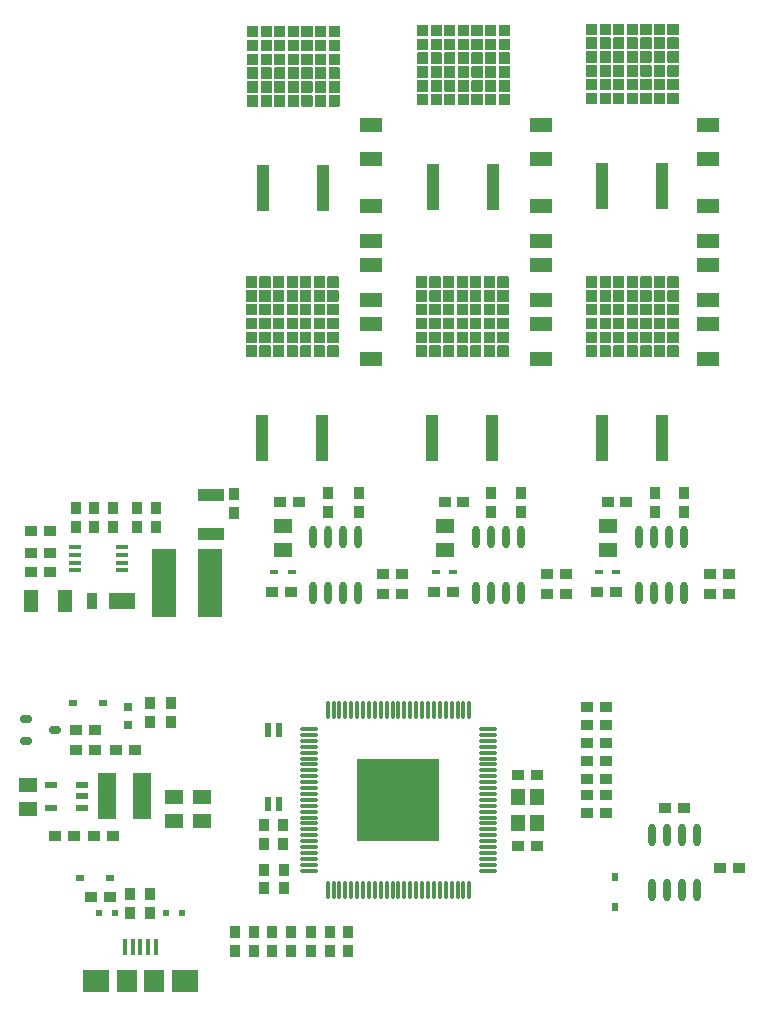
<source format=gtp>
%FSLAX44Y44*%
%MOMM*%
G71*
G01*
G75*
G04 Layer_Color=8421504*
%ADD10R,1.0000X0.9500*%
%ADD11R,1.6002X1.2700*%
%ADD12R,2.2000X1.1000*%
%ADD13R,0.9500X1.0000*%
%ADD14R,0.6500X0.4000*%
%ADD15O,0.6000X1.9000*%
%ADD16R,2.2000X1.4000*%
%ADD17R,0.9000X1.4000*%
%ADD18R,1.0000X0.4000*%
%ADD19R,0.8000X0.8000*%
%ADD20R,0.4000X1.4000*%
%ADD21R,2.3000X1.9000*%
%ADD22R,1.8000X1.9000*%
%ADD23R,1.1500X1.4000*%
%ADD24R,0.6000X1.2000*%
%ADD25R,0.8000X0.6000*%
%ADD26R,0.6000X0.8000*%
%ADD27R,0.5000X0.6000*%
%ADD28R,1.6000X3.9000*%
%ADD29R,2.1000X5.8000*%
%ADD30R,1.0000X0.6000*%
G04:AMPARAMS|DCode=31|XSize=1.05mm|YSize=3.82mm|CornerRadius=0.0525mm|HoleSize=0mm|Usage=FLASHONLY|Rotation=180.000|XOffset=0mm|YOffset=0mm|HoleType=Round|Shape=RoundedRectangle|*
%AMROUNDEDRECTD31*
21,1,1.0500,3.7150,0,0,180.0*
21,1,0.9450,3.8200,0,0,180.0*
1,1,0.1050,-0.4725,1.8575*
1,1,0.1050,0.4725,1.8575*
1,1,0.1050,0.4725,-1.8575*
1,1,0.1050,-0.4725,-1.8575*
%
%ADD31ROUNDEDRECTD31*%
G04:AMPARAMS|DCode=32|XSize=7.48mm|YSize=8.55mm|CornerRadius=0.0374mm|HoleSize=0mm|Usage=FLASHONLY|Rotation=90.000|XOffset=0mm|YOffset=0mm|HoleType=Round|Shape=RoundedRectangle|*
%AMROUNDEDRECTD32*
21,1,7.4800,8.4752,0,0,90.0*
21,1,7.4052,8.5500,0,0,90.0*
1,1,0.0748,4.2376,3.7026*
1,1,0.0748,4.2376,-3.7026*
1,1,0.0748,-4.2376,-3.7026*
1,1,0.0748,-4.2376,3.7026*
%
%ADD32ROUNDEDRECTD32*%
G04:AMPARAMS|DCode=33|XSize=0.6mm|YSize=1mm|CornerRadius=0.15mm|HoleSize=0mm|Usage=FLASHONLY|Rotation=90.000|XOffset=0mm|YOffset=0mm|HoleType=Round|Shape=RoundedRectangle|*
%AMROUNDEDRECTD33*
21,1,0.6000,0.7000,0,0,90.0*
21,1,0.3000,1.0000,0,0,90.0*
1,1,0.3000,0.3500,0.1500*
1,1,0.3000,0.3500,-0.1500*
1,1,0.3000,-0.3500,-0.1500*
1,1,0.3000,-0.3500,0.1500*
%
%ADD33ROUNDEDRECTD33*%
%ADD34R,1.8500X1.3000*%
%ADD35R,1.3000X1.8500*%
%ADD36O,1.6500X0.3000*%
%ADD37O,0.3000X1.6500*%
%ADD38R,7.0000X7.0000*%
%ADD39C,0.2500*%
%ADD40C,0.5000*%
%ADD41C,0.8000*%
%ADD42C,0.3500*%
%ADD43C,1.2000*%
%ADD44C,0.2540*%
%ADD45C,0.2032*%
%ADD46C,0.4000*%
%ADD47C,0.6000*%
%ADD48C,1.0000*%
%ADD49C,0.7500*%
%ADD50C,0.7620*%
%ADD51C,1.1000*%
%ADD52C,1.0160*%
%ADD53R,1.5500X1.5500*%
%ADD54C,1.5500*%
%ADD55C,1.5000*%
%ADD56R,1.5000X1.5000*%
%ADD57C,0.7000*%
%ADD58R,0.7000X0.7000*%
%ADD59R,1.5000X1.5000*%
%ADD60C,2.0000*%
G04:AMPARAMS|DCode=61|XSize=1.55mm|YSize=1.55mm|CornerRadius=0.0465mm|HoleSize=0mm|Usage=FLASHONLY|Rotation=180.000|XOffset=0mm|YOffset=0mm|HoleType=Round|Shape=RoundedRectangle|*
%AMROUNDEDRECTD61*
21,1,1.5500,1.4570,0,0,180.0*
21,1,1.4570,1.5500,0,0,180.0*
1,1,0.0930,-0.7285,0.7285*
1,1,0.0930,0.7285,0.7285*
1,1,0.0930,0.7285,-0.7285*
1,1,0.0930,-0.7285,-0.7285*
%
%ADD61ROUNDEDRECTD61*%
%ADD62C,0.6000*%
%ADD63C,5.0000*%
%ADD64R,1.9000X1.3000*%
%ADD65R,2.8000X1.0000*%
%ADD66R,0.8000X1.0000*%
%ADD67R,1.2000X0.7000*%
%ADD68R,1.2000X1.0000*%
%ADD69R,0.6000X1.0000*%
G04:AMPARAMS|DCode=70|XSize=0.6mm|YSize=1mm|CornerRadius=0.051mm|HoleSize=0mm|Usage=FLASHONLY|Rotation=180.000|XOffset=0mm|YOffset=0mm|HoleType=Round|Shape=RoundedRectangle|*
%AMROUNDEDRECTD70*
21,1,0.6000,0.8980,0,0,180.0*
21,1,0.4980,1.0000,0,0,180.0*
1,1,0.1020,-0.2490,0.4490*
1,1,0.1020,0.2490,0.4490*
1,1,0.1020,0.2490,-0.4490*
1,1,0.1020,-0.2490,-0.4490*
%
%ADD70ROUNDEDRECTD70*%
G04:AMPARAMS|DCode=71|XSize=3.1mm|YSize=4mm|CornerRadius=0.0465mm|HoleSize=0mm|Usage=FLASHONLY|Rotation=180.000|XOffset=0mm|YOffset=0mm|HoleType=Round|Shape=RoundedRectangle|*
%AMROUNDEDRECTD71*
21,1,3.1000,3.9070,0,0,180.0*
21,1,3.0070,4.0000,0,0,180.0*
1,1,0.0930,-1.5035,1.9535*
1,1,0.0930,1.5035,1.9535*
1,1,0.0930,1.5035,-1.9535*
1,1,0.0930,-1.5035,-1.9535*
%
%ADD71ROUNDEDRECTD71*%
%ADD72R,2.1590X2.7430*%
%ADD73C,0.1000*%
%ADD74C,0.1524*%
%ADD75C,0.2000*%
%ADD76C,0.2000*%
%ADD77C,0.1778*%
%ADD78C,0.1016*%
%ADD79C,0.3556*%
%ADD80R,0.8000X0.3000*%
%ADD81R,0.5080X2.1844*%
%ADD82R,1.6000X0.5000*%
%ADD83R,0.8250X0.2000*%
G36*
X1144187Y1069784D02*
X1144328Y1069644D01*
X1144404Y1069460D01*
Y1060561D01*
X1144328Y1060377D01*
X1144187Y1060237D01*
X1144004Y1060161D01*
X1135305D01*
X1135121Y1060237D01*
X1134980Y1060377D01*
X1134904Y1060561D01*
Y1069460D01*
X1134980Y1069644D01*
X1135121Y1069784D01*
X1135305Y1069861D01*
X1144004D01*
X1144187Y1069784D01*
D02*
G37*
G36*
X787187Y1081484D02*
X787328Y1081344D01*
X787404Y1081160D01*
Y1072261D01*
X787328Y1072077D01*
X787187Y1071937D01*
X787003Y1071861D01*
X778305D01*
X778121Y1071937D01*
X777980Y1072077D01*
X777904Y1072261D01*
Y1081160D01*
X777980Y1081344D01*
X778121Y1081484D01*
X778305Y1081561D01*
X787003D01*
X787187Y1081484D01*
D02*
G37*
G36*
X798687D02*
X798828Y1081344D01*
X798904Y1081160D01*
Y1072261D01*
X798828Y1072077D01*
X798687Y1071937D01*
X798503Y1071861D01*
X789805D01*
X789621Y1071937D01*
X789480Y1072077D01*
X789404Y1072261D01*
Y1081160D01*
X789480Y1081344D01*
X789621Y1081484D01*
X789805Y1081561D01*
X798503D01*
X798687Y1081484D01*
D02*
G37*
G36*
X1132687Y1069784D02*
X1132828Y1069644D01*
X1132904Y1069460D01*
Y1060561D01*
X1132828Y1060377D01*
X1132687Y1060237D01*
X1132504Y1060161D01*
X1123805D01*
X1123621Y1060237D01*
X1123480Y1060377D01*
X1123404Y1060561D01*
Y1069460D01*
X1123480Y1069644D01*
X1123621Y1069784D01*
X1123805Y1069861D01*
X1132504D01*
X1132687Y1069784D01*
D02*
G37*
G36*
X1098187D02*
X1098328Y1069644D01*
X1098404Y1069460D01*
Y1060561D01*
X1098328Y1060377D01*
X1098187Y1060237D01*
X1098003Y1060161D01*
X1089305D01*
X1089121Y1060237D01*
X1088980Y1060377D01*
X1088904Y1060561D01*
Y1069460D01*
X1088980Y1069644D01*
X1089121Y1069784D01*
X1089305Y1069861D01*
X1098003D01*
X1098187Y1069784D01*
D02*
G37*
G36*
X1109687D02*
X1109828Y1069644D01*
X1109904Y1069460D01*
Y1060561D01*
X1109828Y1060377D01*
X1109687Y1060237D01*
X1109503Y1060161D01*
X1100805D01*
X1100621Y1060237D01*
X1100480Y1060377D01*
X1100404Y1060561D01*
Y1069460D01*
X1100480Y1069644D01*
X1100621Y1069784D01*
X1100805Y1069861D01*
X1109503D01*
X1109687Y1069784D01*
D02*
G37*
G36*
X1121187D02*
X1121328Y1069644D01*
X1121404Y1069460D01*
Y1060561D01*
X1121328Y1060377D01*
X1121187Y1060237D01*
X1121003Y1060161D01*
X1112305D01*
X1112121Y1060237D01*
X1111980Y1060377D01*
X1111904Y1060561D01*
Y1069460D01*
X1111980Y1069644D01*
X1112121Y1069784D01*
X1112305Y1069861D01*
X1121003D01*
X1121187Y1069784D01*
D02*
G37*
G36*
X810187Y1081484D02*
X810328Y1081344D01*
X810404Y1081160D01*
Y1072261D01*
X810328Y1072077D01*
X810187Y1071937D01*
X810004Y1071861D01*
X801305D01*
X801121Y1071937D01*
X800980Y1072077D01*
X800904Y1072261D01*
Y1081160D01*
X800980Y1081344D01*
X801121Y1081484D01*
X801305Y1081561D01*
X810004D01*
X810187Y1081484D01*
D02*
G37*
G36*
X931187D02*
X931328Y1081344D01*
X931404Y1081160D01*
Y1072261D01*
X931328Y1072077D01*
X931187Y1071937D01*
X931003Y1071861D01*
X922305D01*
X922121Y1071937D01*
X921980Y1072077D01*
X921904Y1072261D01*
Y1081160D01*
X921980Y1081344D01*
X922121Y1081484D01*
X922305Y1081561D01*
X931003D01*
X931187Y1081484D01*
D02*
G37*
G36*
X942687D02*
X942828Y1081344D01*
X942904Y1081160D01*
Y1072261D01*
X942828Y1072077D01*
X942687Y1071937D01*
X942504Y1071861D01*
X933805D01*
X933621Y1071937D01*
X933480Y1072077D01*
X933404Y1072261D01*
Y1081160D01*
X933480Y1081344D01*
X933621Y1081484D01*
X933805Y1081561D01*
X942504D01*
X942687Y1081484D01*
D02*
G37*
G36*
X954187D02*
X954328Y1081344D01*
X954404Y1081160D01*
Y1072261D01*
X954328Y1072077D01*
X954187Y1071937D01*
X954004Y1071861D01*
X945305D01*
X945121Y1071937D01*
X944980Y1072077D01*
X944904Y1072261D01*
Y1081160D01*
X944980Y1081344D01*
X945121Y1081484D01*
X945305Y1081561D01*
X954004D01*
X954187Y1081484D01*
D02*
G37*
G36*
X856187D02*
X856328Y1081344D01*
X856404Y1081160D01*
Y1072261D01*
X856328Y1072077D01*
X856187Y1071937D01*
X856003Y1071861D01*
X847305D01*
X847121Y1071937D01*
X846980Y1072077D01*
X846904Y1072261D01*
Y1081160D01*
X846980Y1081344D01*
X847121Y1081484D01*
X847305Y1081561D01*
X856003D01*
X856187Y1081484D01*
D02*
G37*
G36*
X821687D02*
X821828Y1081344D01*
X821904Y1081160D01*
Y1072261D01*
X821828Y1072077D01*
X821687Y1071937D01*
X821504Y1071861D01*
X812805D01*
X812621Y1071937D01*
X812480Y1072077D01*
X812404Y1072261D01*
Y1081160D01*
X812480Y1081344D01*
X812621Y1081484D01*
X812805Y1081561D01*
X821504D01*
X821687Y1081484D01*
D02*
G37*
G36*
X833187D02*
X833328Y1081344D01*
X833404Y1081160D01*
Y1072261D01*
X833328Y1072077D01*
X833187Y1071937D01*
X833003Y1071861D01*
X824305D01*
X824121Y1071937D01*
X823980Y1072077D01*
X823904Y1072261D01*
Y1081160D01*
X823980Y1081344D01*
X824121Y1081484D01*
X824305Y1081561D01*
X833003D01*
X833187Y1081484D01*
D02*
G37*
G36*
X844687D02*
X844828Y1081344D01*
X844904Y1081160D01*
Y1072261D01*
X844828Y1072077D01*
X844687Y1071937D01*
X844503Y1071861D01*
X835805D01*
X835621Y1071937D01*
X835480Y1072077D01*
X835404Y1072261D01*
Y1081160D01*
X835480Y1081344D01*
X835621Y1081484D01*
X835805Y1081561D01*
X844503D01*
X844687Y1081484D01*
D02*
G37*
G36*
X1086687Y1069784D02*
X1086828Y1069644D01*
X1086904Y1069460D01*
Y1060561D01*
X1086828Y1060377D01*
X1086687Y1060237D01*
X1086504Y1060161D01*
X1077805D01*
X1077621Y1060237D01*
X1077480Y1060377D01*
X1077404Y1060561D01*
Y1069460D01*
X1077480Y1069644D01*
X1077621Y1069784D01*
X1077805Y1069861D01*
X1086504D01*
X1086687Y1069784D01*
D02*
G37*
G36*
X833187D02*
X833328Y1069644D01*
X833404Y1069460D01*
Y1060561D01*
X833328Y1060377D01*
X833187Y1060237D01*
X833003Y1060161D01*
X824305D01*
X824121Y1060237D01*
X823980Y1060377D01*
X823904Y1060561D01*
Y1069460D01*
X823980Y1069644D01*
X824121Y1069784D01*
X824305Y1069861D01*
X833003D01*
X833187Y1069784D01*
D02*
G37*
G36*
X844687D02*
X844828Y1069644D01*
X844904Y1069460D01*
Y1060561D01*
X844828Y1060377D01*
X844687Y1060237D01*
X844503Y1060161D01*
X835805D01*
X835621Y1060237D01*
X835480Y1060377D01*
X835404Y1060561D01*
Y1069460D01*
X835480Y1069644D01*
X835621Y1069784D01*
X835805Y1069861D01*
X844503D01*
X844687Y1069784D01*
D02*
G37*
G36*
X856187D02*
X856328Y1069644D01*
X856404Y1069460D01*
Y1060561D01*
X856328Y1060377D01*
X856187Y1060237D01*
X856003Y1060161D01*
X847305D01*
X847121Y1060237D01*
X846980Y1060377D01*
X846904Y1060561D01*
Y1069460D01*
X846980Y1069644D01*
X847121Y1069784D01*
X847305Y1069861D01*
X856003D01*
X856187Y1069784D01*
D02*
G37*
G36*
X821687D02*
X821828Y1069644D01*
X821904Y1069460D01*
Y1060561D01*
X821828Y1060377D01*
X821687Y1060237D01*
X821504Y1060161D01*
X812805D01*
X812621Y1060237D01*
X812480Y1060377D01*
X812404Y1060561D01*
Y1069460D01*
X812480Y1069644D01*
X812621Y1069784D01*
X812805Y1069861D01*
X821504D01*
X821687Y1069784D01*
D02*
G37*
G36*
X787187D02*
X787328Y1069644D01*
X787404Y1069460D01*
Y1060561D01*
X787328Y1060377D01*
X787187Y1060237D01*
X787003Y1060161D01*
X778305D01*
X778121Y1060237D01*
X777980Y1060377D01*
X777904Y1060561D01*
Y1069460D01*
X777980Y1069644D01*
X778121Y1069784D01*
X778305Y1069861D01*
X787003D01*
X787187Y1069784D01*
D02*
G37*
G36*
X798687D02*
X798828Y1069644D01*
X798904Y1069460D01*
Y1060561D01*
X798828Y1060377D01*
X798687Y1060237D01*
X798503Y1060161D01*
X789805D01*
X789621Y1060237D01*
X789480Y1060377D01*
X789404Y1060561D01*
Y1069460D01*
X789480Y1069644D01*
X789621Y1069784D01*
X789805Y1069861D01*
X798503D01*
X798687Y1069784D01*
D02*
G37*
G36*
X810187D02*
X810328Y1069644D01*
X810404Y1069460D01*
Y1060561D01*
X810328Y1060377D01*
X810187Y1060237D01*
X810004Y1060161D01*
X801305D01*
X801121Y1060237D01*
X800980Y1060377D01*
X800904Y1060561D01*
Y1069460D01*
X800980Y1069644D01*
X801121Y1069784D01*
X801305Y1069861D01*
X810004D01*
X810187Y1069784D01*
D02*
G37*
G36*
X931187D02*
X931328Y1069644D01*
X931404Y1069460D01*
Y1060561D01*
X931328Y1060377D01*
X931187Y1060237D01*
X931003Y1060161D01*
X922305D01*
X922121Y1060237D01*
X921980Y1060377D01*
X921904Y1060561D01*
Y1069460D01*
X921980Y1069644D01*
X922121Y1069784D01*
X922305Y1069861D01*
X931003D01*
X931187Y1069784D01*
D02*
G37*
G36*
X988687D02*
X988828Y1069644D01*
X988904Y1069460D01*
Y1060561D01*
X988828Y1060377D01*
X988687Y1060237D01*
X988503Y1060161D01*
X979805D01*
X979621Y1060237D01*
X979480Y1060377D01*
X979404Y1060561D01*
Y1069460D01*
X979480Y1069644D01*
X979621Y1069784D01*
X979805Y1069861D01*
X988503D01*
X988687Y1069784D01*
D02*
G37*
G36*
X1000187D02*
X1000328Y1069644D01*
X1000404Y1069460D01*
Y1060561D01*
X1000328Y1060377D01*
X1000187Y1060237D01*
X1000004Y1060161D01*
X991305D01*
X991121Y1060237D01*
X990980Y1060377D01*
X990904Y1060561D01*
Y1069460D01*
X990980Y1069644D01*
X991121Y1069784D01*
X991305Y1069861D01*
X1000004D01*
X1000187Y1069784D01*
D02*
G37*
G36*
X1075187D02*
X1075328Y1069644D01*
X1075404Y1069460D01*
Y1060561D01*
X1075328Y1060377D01*
X1075187Y1060237D01*
X1075004Y1060161D01*
X1066305D01*
X1066121Y1060237D01*
X1065980Y1060377D01*
X1065904Y1060561D01*
Y1069460D01*
X1065980Y1069644D01*
X1066121Y1069784D01*
X1066305Y1069861D01*
X1075004D01*
X1075187Y1069784D01*
D02*
G37*
G36*
X977187D02*
X977328Y1069644D01*
X977404Y1069460D01*
Y1060561D01*
X977328Y1060377D01*
X977187Y1060237D01*
X977003Y1060161D01*
X968305D01*
X968121Y1060237D01*
X967980Y1060377D01*
X967904Y1060561D01*
Y1069460D01*
X967980Y1069644D01*
X968121Y1069784D01*
X968305Y1069861D01*
X977003D01*
X977187Y1069784D01*
D02*
G37*
G36*
X942687D02*
X942828Y1069644D01*
X942904Y1069460D01*
Y1060561D01*
X942828Y1060377D01*
X942687Y1060237D01*
X942504Y1060161D01*
X933805D01*
X933621Y1060237D01*
X933480Y1060377D01*
X933404Y1060561D01*
Y1069460D01*
X933480Y1069644D01*
X933621Y1069784D01*
X933805Y1069861D01*
X942504D01*
X942687Y1069784D01*
D02*
G37*
G36*
X954187D02*
X954328Y1069644D01*
X954404Y1069460D01*
Y1060561D01*
X954328Y1060377D01*
X954187Y1060237D01*
X954004Y1060161D01*
X945305D01*
X945121Y1060237D01*
X944980Y1060377D01*
X944904Y1060561D01*
Y1069460D01*
X944980Y1069644D01*
X945121Y1069784D01*
X945305Y1069861D01*
X954004D01*
X954187Y1069784D01*
D02*
G37*
G36*
X965687D02*
X965828Y1069644D01*
X965904Y1069460D01*
Y1060561D01*
X965828Y1060377D01*
X965687Y1060237D01*
X965503Y1060161D01*
X956805D01*
X956621Y1060237D01*
X956480Y1060377D01*
X956404Y1060561D01*
Y1069460D01*
X956480Y1069644D01*
X956621Y1069784D01*
X956805Y1069861D01*
X965503D01*
X965687Y1069784D01*
D02*
G37*
G36*
Y1081484D02*
X965828Y1081344D01*
X965904Y1081160D01*
Y1072261D01*
X965828Y1072077D01*
X965687Y1071937D01*
X965503Y1071861D01*
X956805D01*
X956621Y1071937D01*
X956480Y1072077D01*
X956404Y1072261D01*
Y1081160D01*
X956480Y1081344D01*
X956621Y1081484D01*
X956805Y1081561D01*
X965503D01*
X965687Y1081484D01*
D02*
G37*
G36*
Y1093184D02*
X965828Y1093044D01*
X965904Y1092860D01*
Y1083961D01*
X965828Y1083777D01*
X965687Y1083637D01*
X965503Y1083560D01*
X956805D01*
X956621Y1083637D01*
X956480Y1083777D01*
X956404Y1083961D01*
Y1092860D01*
X956480Y1093044D01*
X956621Y1093184D01*
X956805Y1093261D01*
X965503D01*
X965687Y1093184D01*
D02*
G37*
G36*
X977187D02*
X977328Y1093044D01*
X977404Y1092860D01*
Y1083961D01*
X977328Y1083777D01*
X977187Y1083637D01*
X977003Y1083560D01*
X968305D01*
X968121Y1083637D01*
X967980Y1083777D01*
X967904Y1083961D01*
Y1092860D01*
X967980Y1093044D01*
X968121Y1093184D01*
X968305Y1093261D01*
X977003D01*
X977187Y1093184D01*
D02*
G37*
G36*
X988687D02*
X988828Y1093044D01*
X988904Y1092860D01*
Y1083961D01*
X988828Y1083777D01*
X988687Y1083637D01*
X988503Y1083560D01*
X979805D01*
X979621Y1083637D01*
X979480Y1083777D01*
X979404Y1083961D01*
Y1092860D01*
X979480Y1093044D01*
X979621Y1093184D01*
X979805Y1093261D01*
X988503D01*
X988687Y1093184D01*
D02*
G37*
G36*
X954187D02*
X954328Y1093044D01*
X954404Y1092860D01*
Y1083961D01*
X954328Y1083777D01*
X954187Y1083637D01*
X954004Y1083560D01*
X945305D01*
X945121Y1083637D01*
X944980Y1083777D01*
X944904Y1083961D01*
Y1092860D01*
X944980Y1093044D01*
X945121Y1093184D01*
X945305Y1093261D01*
X954004D01*
X954187Y1093184D01*
D02*
G37*
G36*
X856187D02*
X856328Y1093044D01*
X856404Y1092860D01*
Y1083961D01*
X856328Y1083777D01*
X856187Y1083637D01*
X856003Y1083560D01*
X847305D01*
X847121Y1083637D01*
X846980Y1083777D01*
X846904Y1083961D01*
Y1092860D01*
X846980Y1093044D01*
X847121Y1093184D01*
X847305Y1093261D01*
X856003D01*
X856187Y1093184D01*
D02*
G37*
G36*
X931187D02*
X931328Y1093044D01*
X931404Y1092860D01*
Y1083961D01*
X931328Y1083777D01*
X931187Y1083637D01*
X931003Y1083560D01*
X922305D01*
X922121Y1083637D01*
X921980Y1083777D01*
X921904Y1083961D01*
Y1092860D01*
X921980Y1093044D01*
X922121Y1093184D01*
X922305Y1093261D01*
X931003D01*
X931187Y1093184D01*
D02*
G37*
G36*
X942687D02*
X942828Y1093044D01*
X942904Y1092860D01*
Y1083961D01*
X942828Y1083777D01*
X942687Y1083637D01*
X942504Y1083560D01*
X933805D01*
X933621Y1083637D01*
X933480Y1083777D01*
X933404Y1083961D01*
Y1092860D01*
X933480Y1093044D01*
X933621Y1093184D01*
X933805Y1093261D01*
X942504D01*
X942687Y1093184D01*
D02*
G37*
G36*
X1000187D02*
X1000328Y1093044D01*
X1000404Y1092860D01*
Y1083961D01*
X1000328Y1083777D01*
X1000187Y1083637D01*
X1000004Y1083560D01*
X991305D01*
X991121Y1083637D01*
X990980Y1083777D01*
X990904Y1083961D01*
Y1092860D01*
X990980Y1093044D01*
X991121Y1093184D01*
X991305Y1093261D01*
X1000004D01*
X1000187Y1093184D01*
D02*
G37*
G36*
X1121187D02*
X1121328Y1093044D01*
X1121404Y1092860D01*
Y1083961D01*
X1121328Y1083777D01*
X1121187Y1083637D01*
X1121003Y1083560D01*
X1112305D01*
X1112121Y1083637D01*
X1111980Y1083777D01*
X1111904Y1083961D01*
Y1092860D01*
X1111980Y1093044D01*
X1112121Y1093184D01*
X1112305Y1093261D01*
X1121003D01*
X1121187Y1093184D01*
D02*
G37*
G36*
X1132687D02*
X1132828Y1093044D01*
X1132904Y1092860D01*
Y1083961D01*
X1132828Y1083777D01*
X1132687Y1083637D01*
X1132504Y1083560D01*
X1123805D01*
X1123621Y1083637D01*
X1123480Y1083777D01*
X1123404Y1083961D01*
Y1092860D01*
X1123480Y1093044D01*
X1123621Y1093184D01*
X1123805Y1093261D01*
X1132504D01*
X1132687Y1093184D01*
D02*
G37*
G36*
X1144187D02*
X1144328Y1093044D01*
X1144404Y1092860D01*
Y1083961D01*
X1144328Y1083777D01*
X1144187Y1083637D01*
X1144004Y1083560D01*
X1135305D01*
X1135121Y1083637D01*
X1134980Y1083777D01*
X1134904Y1083961D01*
Y1092860D01*
X1134980Y1093044D01*
X1135121Y1093184D01*
X1135305Y1093261D01*
X1144004D01*
X1144187Y1093184D01*
D02*
G37*
G36*
X1109687D02*
X1109828Y1093044D01*
X1109904Y1092860D01*
Y1083961D01*
X1109828Y1083777D01*
X1109687Y1083637D01*
X1109503Y1083560D01*
X1100805D01*
X1100621Y1083637D01*
X1100480Y1083777D01*
X1100404Y1083961D01*
Y1092860D01*
X1100480Y1093044D01*
X1100621Y1093184D01*
X1100805Y1093261D01*
X1109503D01*
X1109687Y1093184D01*
D02*
G37*
G36*
X1075187D02*
X1075328Y1093044D01*
X1075404Y1092860D01*
Y1083961D01*
X1075328Y1083777D01*
X1075187Y1083637D01*
X1075004Y1083560D01*
X1066305D01*
X1066121Y1083637D01*
X1065980Y1083777D01*
X1065904Y1083961D01*
Y1092860D01*
X1065980Y1093044D01*
X1066121Y1093184D01*
X1066305Y1093261D01*
X1075004D01*
X1075187Y1093184D01*
D02*
G37*
G36*
X1086687D02*
X1086828Y1093044D01*
X1086904Y1092860D01*
Y1083961D01*
X1086828Y1083777D01*
X1086687Y1083637D01*
X1086504Y1083560D01*
X1077805D01*
X1077621Y1083637D01*
X1077480Y1083777D01*
X1077404Y1083961D01*
Y1092860D01*
X1077480Y1093044D01*
X1077621Y1093184D01*
X1077805Y1093261D01*
X1086504D01*
X1086687Y1093184D01*
D02*
G37*
G36*
X1098187D02*
X1098328Y1093044D01*
X1098404Y1092860D01*
Y1083961D01*
X1098328Y1083777D01*
X1098187Y1083637D01*
X1098003Y1083560D01*
X1089305D01*
X1089121Y1083637D01*
X1088980Y1083777D01*
X1088904Y1083961D01*
Y1092860D01*
X1088980Y1093044D01*
X1089121Y1093184D01*
X1089305Y1093261D01*
X1098003D01*
X1098187Y1093184D01*
D02*
G37*
G36*
X844687D02*
X844828Y1093044D01*
X844904Y1092860D01*
Y1083961D01*
X844828Y1083777D01*
X844687Y1083637D01*
X844503Y1083560D01*
X835805D01*
X835621Y1083637D01*
X835480Y1083777D01*
X835404Y1083961D01*
Y1092860D01*
X835480Y1093044D01*
X835621Y1093184D01*
X835805Y1093261D01*
X844503D01*
X844687Y1093184D01*
D02*
G37*
G36*
X1086687Y1081484D02*
X1086828Y1081344D01*
X1086904Y1081160D01*
Y1072261D01*
X1086828Y1072077D01*
X1086687Y1071937D01*
X1086504Y1071861D01*
X1077805D01*
X1077621Y1071937D01*
X1077480Y1072077D01*
X1077404Y1072261D01*
Y1081160D01*
X1077480Y1081344D01*
X1077621Y1081484D01*
X1077805Y1081561D01*
X1086504D01*
X1086687Y1081484D01*
D02*
G37*
G36*
X1098187D02*
X1098328Y1081344D01*
X1098404Y1081160D01*
Y1072261D01*
X1098328Y1072077D01*
X1098187Y1071937D01*
X1098003Y1071861D01*
X1089305D01*
X1089121Y1071937D01*
X1088980Y1072077D01*
X1088904Y1072261D01*
Y1081160D01*
X1088980Y1081344D01*
X1089121Y1081484D01*
X1089305Y1081561D01*
X1098003D01*
X1098187Y1081484D01*
D02*
G37*
G36*
X1109687D02*
X1109828Y1081344D01*
X1109904Y1081160D01*
Y1072261D01*
X1109828Y1072077D01*
X1109687Y1071937D01*
X1109503Y1071861D01*
X1100805D01*
X1100621Y1071937D01*
X1100480Y1072077D01*
X1100404Y1072261D01*
Y1081160D01*
X1100480Y1081344D01*
X1100621Y1081484D01*
X1100805Y1081561D01*
X1109503D01*
X1109687Y1081484D01*
D02*
G37*
G36*
X1075187D02*
X1075328Y1081344D01*
X1075404Y1081160D01*
Y1072261D01*
X1075328Y1072077D01*
X1075187Y1071937D01*
X1075004Y1071861D01*
X1066305D01*
X1066121Y1071937D01*
X1065980Y1072077D01*
X1065904Y1072261D01*
Y1081160D01*
X1065980Y1081344D01*
X1066121Y1081484D01*
X1066305Y1081561D01*
X1075004D01*
X1075187Y1081484D01*
D02*
G37*
G36*
X977187D02*
X977328Y1081344D01*
X977404Y1081160D01*
Y1072261D01*
X977328Y1072077D01*
X977187Y1071937D01*
X977003Y1071861D01*
X968305D01*
X968121Y1071937D01*
X967980Y1072077D01*
X967904Y1072261D01*
Y1081160D01*
X967980Y1081344D01*
X968121Y1081484D01*
X968305Y1081561D01*
X977003D01*
X977187Y1081484D01*
D02*
G37*
G36*
X988687D02*
X988828Y1081344D01*
X988904Y1081160D01*
Y1072261D01*
X988828Y1072077D01*
X988687Y1071937D01*
X988503Y1071861D01*
X979805D01*
X979621Y1071937D01*
X979480Y1072077D01*
X979404Y1072261D01*
Y1081160D01*
X979480Y1081344D01*
X979621Y1081484D01*
X979805Y1081561D01*
X988503D01*
X988687Y1081484D01*
D02*
G37*
G36*
X1000187D02*
X1000328Y1081344D01*
X1000404Y1081160D01*
Y1072261D01*
X1000328Y1072077D01*
X1000187Y1071937D01*
X1000004Y1071861D01*
X991305D01*
X991121Y1071937D01*
X990980Y1072077D01*
X990904Y1072261D01*
Y1081160D01*
X990980Y1081344D01*
X991121Y1081484D01*
X991305Y1081561D01*
X1000004D01*
X1000187Y1081484D01*
D02*
G37*
G36*
X1121187D02*
X1121328Y1081344D01*
X1121404Y1081160D01*
Y1072261D01*
X1121328Y1072077D01*
X1121187Y1071937D01*
X1121003Y1071861D01*
X1112305D01*
X1112121Y1071937D01*
X1111980Y1072077D01*
X1111904Y1072261D01*
Y1081160D01*
X1111980Y1081344D01*
X1112121Y1081484D01*
X1112305Y1081561D01*
X1121003D01*
X1121187Y1081484D01*
D02*
G37*
G36*
X810187Y1093184D02*
X810328Y1093044D01*
X810404Y1092860D01*
Y1083961D01*
X810328Y1083777D01*
X810187Y1083637D01*
X810004Y1083560D01*
X801305D01*
X801121Y1083637D01*
X800980Y1083777D01*
X800904Y1083961D01*
Y1092860D01*
X800980Y1093044D01*
X801121Y1093184D01*
X801305Y1093261D01*
X810004D01*
X810187Y1093184D01*
D02*
G37*
G36*
X821687D02*
X821828Y1093044D01*
X821904Y1092860D01*
Y1083961D01*
X821828Y1083777D01*
X821687Y1083637D01*
X821504Y1083560D01*
X812805D01*
X812621Y1083637D01*
X812480Y1083777D01*
X812404Y1083961D01*
Y1092860D01*
X812480Y1093044D01*
X812621Y1093184D01*
X812805Y1093261D01*
X821504D01*
X821687Y1093184D01*
D02*
G37*
G36*
X833187D02*
X833328Y1093044D01*
X833404Y1092860D01*
Y1083961D01*
X833328Y1083777D01*
X833187Y1083637D01*
X833003Y1083560D01*
X824305D01*
X824121Y1083637D01*
X823980Y1083777D01*
X823904Y1083961D01*
Y1092860D01*
X823980Y1093044D01*
X824121Y1093184D01*
X824305Y1093261D01*
X833003D01*
X833187Y1093184D01*
D02*
G37*
G36*
X798687D02*
X798828Y1093044D01*
X798904Y1092860D01*
Y1083961D01*
X798828Y1083777D01*
X798687Y1083637D01*
X798503Y1083560D01*
X789805D01*
X789621Y1083637D01*
X789480Y1083777D01*
X789404Y1083961D01*
Y1092860D01*
X789480Y1093044D01*
X789621Y1093184D01*
X789805Y1093261D01*
X798503D01*
X798687Y1093184D01*
D02*
G37*
G36*
X1132687Y1081484D02*
X1132828Y1081344D01*
X1132904Y1081160D01*
Y1072261D01*
X1132828Y1072077D01*
X1132687Y1071937D01*
X1132504Y1071861D01*
X1123805D01*
X1123621Y1071937D01*
X1123480Y1072077D01*
X1123404Y1072261D01*
Y1081160D01*
X1123480Y1081344D01*
X1123621Y1081484D01*
X1123805Y1081561D01*
X1132504D01*
X1132687Y1081484D01*
D02*
G37*
G36*
X1144187D02*
X1144328Y1081344D01*
X1144404Y1081160D01*
Y1072261D01*
X1144328Y1072077D01*
X1144187Y1071937D01*
X1144004Y1071861D01*
X1135305D01*
X1135121Y1071937D01*
X1134980Y1072077D01*
X1134904Y1072261D01*
Y1081160D01*
X1134980Y1081344D01*
X1135121Y1081484D01*
X1135305Y1081561D01*
X1144004D01*
X1144187Y1081484D01*
D02*
G37*
G36*
X787187Y1093184D02*
X787328Y1093044D01*
X787404Y1092860D01*
Y1083961D01*
X787328Y1083777D01*
X787187Y1083637D01*
X787003Y1083560D01*
X778305D01*
X778121Y1083637D01*
X777980Y1083777D01*
X777904Y1083961D01*
Y1092860D01*
X777980Y1093044D01*
X778121Y1093184D01*
X778305Y1093261D01*
X787003D01*
X787187Y1093184D01*
D02*
G37*
G36*
X1144187Y1034684D02*
X1144328Y1034544D01*
X1144404Y1034360D01*
Y1025461D01*
X1144328Y1025277D01*
X1144187Y1025137D01*
X1144004Y1025061D01*
X1135305D01*
X1135121Y1025137D01*
X1134980Y1025277D01*
X1134904Y1025461D01*
Y1034360D01*
X1134980Y1034544D01*
X1135121Y1034684D01*
X1135305Y1034761D01*
X1144004D01*
X1144187Y1034684D01*
D02*
G37*
G36*
X787187Y1046384D02*
X787328Y1046244D01*
X787404Y1046060D01*
Y1037161D01*
X787328Y1036977D01*
X787187Y1036837D01*
X787003Y1036760D01*
X778305D01*
X778121Y1036837D01*
X777980Y1036977D01*
X777904Y1037161D01*
Y1046060D01*
X777980Y1046244D01*
X778121Y1046384D01*
X778305Y1046460D01*
X787003D01*
X787187Y1046384D01*
D02*
G37*
G36*
X798687D02*
X798828Y1046244D01*
X798904Y1046060D01*
Y1037161D01*
X798828Y1036977D01*
X798687Y1036837D01*
X798503Y1036760D01*
X789805D01*
X789621Y1036837D01*
X789480Y1036977D01*
X789404Y1037161D01*
Y1046060D01*
X789480Y1046244D01*
X789621Y1046384D01*
X789805Y1046460D01*
X798503D01*
X798687Y1046384D01*
D02*
G37*
G36*
X1132687Y1034684D02*
X1132828Y1034544D01*
X1132904Y1034360D01*
Y1025461D01*
X1132828Y1025277D01*
X1132687Y1025137D01*
X1132504Y1025061D01*
X1123805D01*
X1123621Y1025137D01*
X1123480Y1025277D01*
X1123404Y1025461D01*
Y1034360D01*
X1123480Y1034544D01*
X1123621Y1034684D01*
X1123805Y1034761D01*
X1132504D01*
X1132687Y1034684D01*
D02*
G37*
G36*
X1098187D02*
X1098328Y1034544D01*
X1098404Y1034360D01*
Y1025461D01*
X1098328Y1025277D01*
X1098187Y1025137D01*
X1098003Y1025061D01*
X1089305D01*
X1089121Y1025137D01*
X1088980Y1025277D01*
X1088904Y1025461D01*
Y1034360D01*
X1088980Y1034544D01*
X1089121Y1034684D01*
X1089305Y1034761D01*
X1098003D01*
X1098187Y1034684D01*
D02*
G37*
G36*
X1109687D02*
X1109828Y1034544D01*
X1109904Y1034360D01*
Y1025461D01*
X1109828Y1025277D01*
X1109687Y1025137D01*
X1109503Y1025061D01*
X1100805D01*
X1100621Y1025137D01*
X1100480Y1025277D01*
X1100404Y1025461D01*
Y1034360D01*
X1100480Y1034544D01*
X1100621Y1034684D01*
X1100805Y1034761D01*
X1109503D01*
X1109687Y1034684D01*
D02*
G37*
G36*
X1121187D02*
X1121328Y1034544D01*
X1121404Y1034360D01*
Y1025461D01*
X1121328Y1025277D01*
X1121187Y1025137D01*
X1121003Y1025061D01*
X1112305D01*
X1112121Y1025137D01*
X1111980Y1025277D01*
X1111904Y1025461D01*
Y1034360D01*
X1111980Y1034544D01*
X1112121Y1034684D01*
X1112305Y1034761D01*
X1121003D01*
X1121187Y1034684D01*
D02*
G37*
G36*
X810187Y1046384D02*
X810328Y1046244D01*
X810404Y1046060D01*
Y1037161D01*
X810328Y1036977D01*
X810187Y1036837D01*
X810004Y1036760D01*
X801305D01*
X801121Y1036837D01*
X800980Y1036977D01*
X800904Y1037161D01*
Y1046060D01*
X800980Y1046244D01*
X801121Y1046384D01*
X801305Y1046460D01*
X810004D01*
X810187Y1046384D01*
D02*
G37*
G36*
X931187D02*
X931328Y1046244D01*
X931404Y1046060D01*
Y1037161D01*
X931328Y1036977D01*
X931187Y1036837D01*
X931003Y1036760D01*
X922305D01*
X922121Y1036837D01*
X921980Y1036977D01*
X921904Y1037161D01*
Y1046060D01*
X921980Y1046244D01*
X922121Y1046384D01*
X922305Y1046460D01*
X931003D01*
X931187Y1046384D01*
D02*
G37*
G36*
X942687D02*
X942828Y1046244D01*
X942904Y1046060D01*
Y1037161D01*
X942828Y1036977D01*
X942687Y1036837D01*
X942504Y1036760D01*
X933805D01*
X933621Y1036837D01*
X933480Y1036977D01*
X933404Y1037161D01*
Y1046060D01*
X933480Y1046244D01*
X933621Y1046384D01*
X933805Y1046460D01*
X942504D01*
X942687Y1046384D01*
D02*
G37*
G36*
X954187D02*
X954328Y1046244D01*
X954404Y1046060D01*
Y1037161D01*
X954328Y1036977D01*
X954187Y1036837D01*
X954004Y1036760D01*
X945305D01*
X945121Y1036837D01*
X944980Y1036977D01*
X944904Y1037161D01*
Y1046060D01*
X944980Y1046244D01*
X945121Y1046384D01*
X945305Y1046460D01*
X954004D01*
X954187Y1046384D01*
D02*
G37*
G36*
X856187D02*
X856328Y1046244D01*
X856404Y1046060D01*
Y1037161D01*
X856328Y1036977D01*
X856187Y1036837D01*
X856003Y1036760D01*
X847305D01*
X847121Y1036837D01*
X846980Y1036977D01*
X846904Y1037161D01*
Y1046060D01*
X846980Y1046244D01*
X847121Y1046384D01*
X847305Y1046460D01*
X856003D01*
X856187Y1046384D01*
D02*
G37*
G36*
X821687D02*
X821828Y1046244D01*
X821904Y1046060D01*
Y1037161D01*
X821828Y1036977D01*
X821687Y1036837D01*
X821504Y1036760D01*
X812805D01*
X812621Y1036837D01*
X812480Y1036977D01*
X812404Y1037161D01*
Y1046060D01*
X812480Y1046244D01*
X812621Y1046384D01*
X812805Y1046460D01*
X821504D01*
X821687Y1046384D01*
D02*
G37*
G36*
X833187D02*
X833328Y1046244D01*
X833404Y1046060D01*
Y1037161D01*
X833328Y1036977D01*
X833187Y1036837D01*
X833003Y1036760D01*
X824305D01*
X824121Y1036837D01*
X823980Y1036977D01*
X823904Y1037161D01*
Y1046060D01*
X823980Y1046244D01*
X824121Y1046384D01*
X824305Y1046460D01*
X833003D01*
X833187Y1046384D01*
D02*
G37*
G36*
X844687D02*
X844828Y1046244D01*
X844904Y1046060D01*
Y1037161D01*
X844828Y1036977D01*
X844687Y1036837D01*
X844503Y1036760D01*
X835805D01*
X835621Y1036837D01*
X835480Y1036977D01*
X835404Y1037161D01*
Y1046060D01*
X835480Y1046244D01*
X835621Y1046384D01*
X835805Y1046460D01*
X844503D01*
X844687Y1046384D01*
D02*
G37*
G36*
X1086687Y1034684D02*
X1086828Y1034544D01*
X1086904Y1034360D01*
Y1025461D01*
X1086828Y1025277D01*
X1086687Y1025137D01*
X1086504Y1025061D01*
X1077805D01*
X1077621Y1025137D01*
X1077480Y1025277D01*
X1077404Y1025461D01*
Y1034360D01*
X1077480Y1034544D01*
X1077621Y1034684D01*
X1077805Y1034761D01*
X1086504D01*
X1086687Y1034684D01*
D02*
G37*
G36*
X833187D02*
X833328Y1034544D01*
X833404Y1034360D01*
Y1025461D01*
X833328Y1025277D01*
X833187Y1025137D01*
X833003Y1025061D01*
X824305D01*
X824121Y1025137D01*
X823980Y1025277D01*
X823904Y1025461D01*
Y1034360D01*
X823980Y1034544D01*
X824121Y1034684D01*
X824305Y1034761D01*
X833003D01*
X833187Y1034684D01*
D02*
G37*
G36*
X844687D02*
X844828Y1034544D01*
X844904Y1034360D01*
Y1025461D01*
X844828Y1025277D01*
X844687Y1025137D01*
X844503Y1025061D01*
X835805D01*
X835621Y1025137D01*
X835480Y1025277D01*
X835404Y1025461D01*
Y1034360D01*
X835480Y1034544D01*
X835621Y1034684D01*
X835805Y1034761D01*
X844503D01*
X844687Y1034684D01*
D02*
G37*
G36*
X856187D02*
X856328Y1034544D01*
X856404Y1034360D01*
Y1025461D01*
X856328Y1025277D01*
X856187Y1025137D01*
X856003Y1025061D01*
X847305D01*
X847121Y1025137D01*
X846980Y1025277D01*
X846904Y1025461D01*
Y1034360D01*
X846980Y1034544D01*
X847121Y1034684D01*
X847305Y1034761D01*
X856003D01*
X856187Y1034684D01*
D02*
G37*
G36*
X821687D02*
X821828Y1034544D01*
X821904Y1034360D01*
Y1025461D01*
X821828Y1025277D01*
X821687Y1025137D01*
X821504Y1025061D01*
X812805D01*
X812621Y1025137D01*
X812480Y1025277D01*
X812404Y1025461D01*
Y1034360D01*
X812480Y1034544D01*
X812621Y1034684D01*
X812805Y1034761D01*
X821504D01*
X821687Y1034684D01*
D02*
G37*
G36*
X787187D02*
X787328Y1034544D01*
X787404Y1034360D01*
Y1025461D01*
X787328Y1025277D01*
X787187Y1025137D01*
X787003Y1025061D01*
X778305D01*
X778121Y1025137D01*
X777980Y1025277D01*
X777904Y1025461D01*
Y1034360D01*
X777980Y1034544D01*
X778121Y1034684D01*
X778305Y1034761D01*
X787003D01*
X787187Y1034684D01*
D02*
G37*
G36*
X798687D02*
X798828Y1034544D01*
X798904Y1034360D01*
Y1025461D01*
X798828Y1025277D01*
X798687Y1025137D01*
X798503Y1025061D01*
X789805D01*
X789621Y1025137D01*
X789480Y1025277D01*
X789404Y1025461D01*
Y1034360D01*
X789480Y1034544D01*
X789621Y1034684D01*
X789805Y1034761D01*
X798503D01*
X798687Y1034684D01*
D02*
G37*
G36*
X810187D02*
X810328Y1034544D01*
X810404Y1034360D01*
Y1025461D01*
X810328Y1025277D01*
X810187Y1025137D01*
X810004Y1025061D01*
X801305D01*
X801121Y1025137D01*
X800980Y1025277D01*
X800904Y1025461D01*
Y1034360D01*
X800980Y1034544D01*
X801121Y1034684D01*
X801305Y1034761D01*
X810004D01*
X810187Y1034684D01*
D02*
G37*
G36*
X931187D02*
X931328Y1034544D01*
X931404Y1034360D01*
Y1025461D01*
X931328Y1025277D01*
X931187Y1025137D01*
X931003Y1025061D01*
X922305D01*
X922121Y1025137D01*
X921980Y1025277D01*
X921904Y1025461D01*
Y1034360D01*
X921980Y1034544D01*
X922121Y1034684D01*
X922305Y1034761D01*
X931003D01*
X931187Y1034684D01*
D02*
G37*
G36*
X988687D02*
X988828Y1034544D01*
X988904Y1034360D01*
Y1025461D01*
X988828Y1025277D01*
X988687Y1025137D01*
X988503Y1025061D01*
X979805D01*
X979621Y1025137D01*
X979480Y1025277D01*
X979404Y1025461D01*
Y1034360D01*
X979480Y1034544D01*
X979621Y1034684D01*
X979805Y1034761D01*
X988503D01*
X988687Y1034684D01*
D02*
G37*
G36*
X1000187D02*
X1000328Y1034544D01*
X1000404Y1034360D01*
Y1025461D01*
X1000328Y1025277D01*
X1000187Y1025137D01*
X1000004Y1025061D01*
X991305D01*
X991121Y1025137D01*
X990980Y1025277D01*
X990904Y1025461D01*
Y1034360D01*
X990980Y1034544D01*
X991121Y1034684D01*
X991305Y1034761D01*
X1000004D01*
X1000187Y1034684D01*
D02*
G37*
G36*
X1075187D02*
X1075328Y1034544D01*
X1075404Y1034360D01*
Y1025461D01*
X1075328Y1025277D01*
X1075187Y1025137D01*
X1075004Y1025061D01*
X1066305D01*
X1066121Y1025137D01*
X1065980Y1025277D01*
X1065904Y1025461D01*
Y1034360D01*
X1065980Y1034544D01*
X1066121Y1034684D01*
X1066305Y1034761D01*
X1075004D01*
X1075187Y1034684D01*
D02*
G37*
G36*
X977187D02*
X977328Y1034544D01*
X977404Y1034360D01*
Y1025461D01*
X977328Y1025277D01*
X977187Y1025137D01*
X977003Y1025061D01*
X968305D01*
X968121Y1025137D01*
X967980Y1025277D01*
X967904Y1025461D01*
Y1034360D01*
X967980Y1034544D01*
X968121Y1034684D01*
X968305Y1034761D01*
X977003D01*
X977187Y1034684D01*
D02*
G37*
G36*
X942687D02*
X942828Y1034544D01*
X942904Y1034360D01*
Y1025461D01*
X942828Y1025277D01*
X942687Y1025137D01*
X942504Y1025061D01*
X933805D01*
X933621Y1025137D01*
X933480Y1025277D01*
X933404Y1025461D01*
Y1034360D01*
X933480Y1034544D01*
X933621Y1034684D01*
X933805Y1034761D01*
X942504D01*
X942687Y1034684D01*
D02*
G37*
G36*
X954187D02*
X954328Y1034544D01*
X954404Y1034360D01*
Y1025461D01*
X954328Y1025277D01*
X954187Y1025137D01*
X954004Y1025061D01*
X945305D01*
X945121Y1025137D01*
X944980Y1025277D01*
X944904Y1025461D01*
Y1034360D01*
X944980Y1034544D01*
X945121Y1034684D01*
X945305Y1034761D01*
X954004D01*
X954187Y1034684D01*
D02*
G37*
G36*
X965687D02*
X965828Y1034544D01*
X965904Y1034360D01*
Y1025461D01*
X965828Y1025277D01*
X965687Y1025137D01*
X965503Y1025061D01*
X956805D01*
X956621Y1025137D01*
X956480Y1025277D01*
X956404Y1025461D01*
Y1034360D01*
X956480Y1034544D01*
X956621Y1034684D01*
X956805Y1034761D01*
X965503D01*
X965687Y1034684D01*
D02*
G37*
G36*
Y1046384D02*
X965828Y1046244D01*
X965904Y1046060D01*
Y1037161D01*
X965828Y1036977D01*
X965687Y1036837D01*
X965503Y1036760D01*
X956805D01*
X956621Y1036837D01*
X956480Y1036977D01*
X956404Y1037161D01*
Y1046060D01*
X956480Y1046244D01*
X956621Y1046384D01*
X956805Y1046460D01*
X965503D01*
X965687Y1046384D01*
D02*
G37*
G36*
Y1058084D02*
X965828Y1057944D01*
X965904Y1057760D01*
Y1048861D01*
X965828Y1048677D01*
X965687Y1048537D01*
X965503Y1048460D01*
X956805D01*
X956621Y1048537D01*
X956480Y1048677D01*
X956404Y1048861D01*
Y1057760D01*
X956480Y1057944D01*
X956621Y1058084D01*
X956805Y1058160D01*
X965503D01*
X965687Y1058084D01*
D02*
G37*
G36*
X977187D02*
X977328Y1057944D01*
X977404Y1057760D01*
Y1048861D01*
X977328Y1048677D01*
X977187Y1048537D01*
X977003Y1048460D01*
X968305D01*
X968121Y1048537D01*
X967980Y1048677D01*
X967904Y1048861D01*
Y1057760D01*
X967980Y1057944D01*
X968121Y1058084D01*
X968305Y1058160D01*
X977003D01*
X977187Y1058084D01*
D02*
G37*
G36*
X988687D02*
X988828Y1057944D01*
X988904Y1057760D01*
Y1048861D01*
X988828Y1048677D01*
X988687Y1048537D01*
X988503Y1048460D01*
X979805D01*
X979621Y1048537D01*
X979480Y1048677D01*
X979404Y1048861D01*
Y1057760D01*
X979480Y1057944D01*
X979621Y1058084D01*
X979805Y1058160D01*
X988503D01*
X988687Y1058084D01*
D02*
G37*
G36*
X954187D02*
X954328Y1057944D01*
X954404Y1057760D01*
Y1048861D01*
X954328Y1048677D01*
X954187Y1048537D01*
X954004Y1048460D01*
X945305D01*
X945121Y1048537D01*
X944980Y1048677D01*
X944904Y1048861D01*
Y1057760D01*
X944980Y1057944D01*
X945121Y1058084D01*
X945305Y1058160D01*
X954004D01*
X954187Y1058084D01*
D02*
G37*
G36*
X856187D02*
X856328Y1057944D01*
X856404Y1057760D01*
Y1048861D01*
X856328Y1048677D01*
X856187Y1048537D01*
X856003Y1048460D01*
X847305D01*
X847121Y1048537D01*
X846980Y1048677D01*
X846904Y1048861D01*
Y1057760D01*
X846980Y1057944D01*
X847121Y1058084D01*
X847305Y1058160D01*
X856003D01*
X856187Y1058084D01*
D02*
G37*
G36*
X931187D02*
X931328Y1057944D01*
X931404Y1057760D01*
Y1048861D01*
X931328Y1048677D01*
X931187Y1048537D01*
X931003Y1048460D01*
X922305D01*
X922121Y1048537D01*
X921980Y1048677D01*
X921904Y1048861D01*
Y1057760D01*
X921980Y1057944D01*
X922121Y1058084D01*
X922305Y1058160D01*
X931003D01*
X931187Y1058084D01*
D02*
G37*
G36*
X942687D02*
X942828Y1057944D01*
X942904Y1057760D01*
Y1048861D01*
X942828Y1048677D01*
X942687Y1048537D01*
X942504Y1048460D01*
X933805D01*
X933621Y1048537D01*
X933480Y1048677D01*
X933404Y1048861D01*
Y1057760D01*
X933480Y1057944D01*
X933621Y1058084D01*
X933805Y1058160D01*
X942504D01*
X942687Y1058084D01*
D02*
G37*
G36*
X1000187D02*
X1000328Y1057944D01*
X1000404Y1057760D01*
Y1048861D01*
X1000328Y1048677D01*
X1000187Y1048537D01*
X1000004Y1048460D01*
X991305D01*
X991121Y1048537D01*
X990980Y1048677D01*
X990904Y1048861D01*
Y1057760D01*
X990980Y1057944D01*
X991121Y1058084D01*
X991305Y1058160D01*
X1000004D01*
X1000187Y1058084D01*
D02*
G37*
G36*
X1121187D02*
X1121328Y1057944D01*
X1121404Y1057760D01*
Y1048861D01*
X1121328Y1048677D01*
X1121187Y1048537D01*
X1121003Y1048460D01*
X1112305D01*
X1112121Y1048537D01*
X1111980Y1048677D01*
X1111904Y1048861D01*
Y1057760D01*
X1111980Y1057944D01*
X1112121Y1058084D01*
X1112305Y1058160D01*
X1121003D01*
X1121187Y1058084D01*
D02*
G37*
G36*
X1132687D02*
X1132828Y1057944D01*
X1132904Y1057760D01*
Y1048861D01*
X1132828Y1048677D01*
X1132687Y1048537D01*
X1132504Y1048460D01*
X1123805D01*
X1123621Y1048537D01*
X1123480Y1048677D01*
X1123404Y1048861D01*
Y1057760D01*
X1123480Y1057944D01*
X1123621Y1058084D01*
X1123805Y1058160D01*
X1132504D01*
X1132687Y1058084D01*
D02*
G37*
G36*
X1144187D02*
X1144328Y1057944D01*
X1144404Y1057760D01*
Y1048861D01*
X1144328Y1048677D01*
X1144187Y1048537D01*
X1144004Y1048460D01*
X1135305D01*
X1135121Y1048537D01*
X1134980Y1048677D01*
X1134904Y1048861D01*
Y1057760D01*
X1134980Y1057944D01*
X1135121Y1058084D01*
X1135305Y1058160D01*
X1144004D01*
X1144187Y1058084D01*
D02*
G37*
G36*
X1109687D02*
X1109828Y1057944D01*
X1109904Y1057760D01*
Y1048861D01*
X1109828Y1048677D01*
X1109687Y1048537D01*
X1109503Y1048460D01*
X1100805D01*
X1100621Y1048537D01*
X1100480Y1048677D01*
X1100404Y1048861D01*
Y1057760D01*
X1100480Y1057944D01*
X1100621Y1058084D01*
X1100805Y1058160D01*
X1109503D01*
X1109687Y1058084D01*
D02*
G37*
G36*
X1075187D02*
X1075328Y1057944D01*
X1075404Y1057760D01*
Y1048861D01*
X1075328Y1048677D01*
X1075187Y1048537D01*
X1075004Y1048460D01*
X1066305D01*
X1066121Y1048537D01*
X1065980Y1048677D01*
X1065904Y1048861D01*
Y1057760D01*
X1065980Y1057944D01*
X1066121Y1058084D01*
X1066305Y1058160D01*
X1075004D01*
X1075187Y1058084D01*
D02*
G37*
G36*
X1086687D02*
X1086828Y1057944D01*
X1086904Y1057760D01*
Y1048861D01*
X1086828Y1048677D01*
X1086687Y1048537D01*
X1086504Y1048460D01*
X1077805D01*
X1077621Y1048537D01*
X1077480Y1048677D01*
X1077404Y1048861D01*
Y1057760D01*
X1077480Y1057944D01*
X1077621Y1058084D01*
X1077805Y1058160D01*
X1086504D01*
X1086687Y1058084D01*
D02*
G37*
G36*
X1098187D02*
X1098328Y1057944D01*
X1098404Y1057760D01*
Y1048861D01*
X1098328Y1048677D01*
X1098187Y1048537D01*
X1098003Y1048460D01*
X1089305D01*
X1089121Y1048537D01*
X1088980Y1048677D01*
X1088904Y1048861D01*
Y1057760D01*
X1088980Y1057944D01*
X1089121Y1058084D01*
X1089305Y1058160D01*
X1098003D01*
X1098187Y1058084D01*
D02*
G37*
G36*
X844687D02*
X844828Y1057944D01*
X844904Y1057760D01*
Y1048861D01*
X844828Y1048677D01*
X844687Y1048537D01*
X844503Y1048460D01*
X835805D01*
X835621Y1048537D01*
X835480Y1048677D01*
X835404Y1048861D01*
Y1057760D01*
X835480Y1057944D01*
X835621Y1058084D01*
X835805Y1058160D01*
X844503D01*
X844687Y1058084D01*
D02*
G37*
G36*
X1086687Y1046384D02*
X1086828Y1046244D01*
X1086904Y1046060D01*
Y1037161D01*
X1086828Y1036977D01*
X1086687Y1036837D01*
X1086504Y1036760D01*
X1077805D01*
X1077621Y1036837D01*
X1077480Y1036977D01*
X1077404Y1037161D01*
Y1046060D01*
X1077480Y1046244D01*
X1077621Y1046384D01*
X1077805Y1046460D01*
X1086504D01*
X1086687Y1046384D01*
D02*
G37*
G36*
X1098187D02*
X1098328Y1046244D01*
X1098404Y1046060D01*
Y1037161D01*
X1098328Y1036977D01*
X1098187Y1036837D01*
X1098003Y1036760D01*
X1089305D01*
X1089121Y1036837D01*
X1088980Y1036977D01*
X1088904Y1037161D01*
Y1046060D01*
X1088980Y1046244D01*
X1089121Y1046384D01*
X1089305Y1046460D01*
X1098003D01*
X1098187Y1046384D01*
D02*
G37*
G36*
X1109687D02*
X1109828Y1046244D01*
X1109904Y1046060D01*
Y1037161D01*
X1109828Y1036977D01*
X1109687Y1036837D01*
X1109503Y1036760D01*
X1100805D01*
X1100621Y1036837D01*
X1100480Y1036977D01*
X1100404Y1037161D01*
Y1046060D01*
X1100480Y1046244D01*
X1100621Y1046384D01*
X1100805Y1046460D01*
X1109503D01*
X1109687Y1046384D01*
D02*
G37*
G36*
X1075187D02*
X1075328Y1046244D01*
X1075404Y1046060D01*
Y1037161D01*
X1075328Y1036977D01*
X1075187Y1036837D01*
X1075004Y1036760D01*
X1066305D01*
X1066121Y1036837D01*
X1065980Y1036977D01*
X1065904Y1037161D01*
Y1046060D01*
X1065980Y1046244D01*
X1066121Y1046384D01*
X1066305Y1046460D01*
X1075004D01*
X1075187Y1046384D01*
D02*
G37*
G36*
X977187D02*
X977328Y1046244D01*
X977404Y1046060D01*
Y1037161D01*
X977328Y1036977D01*
X977187Y1036837D01*
X977003Y1036760D01*
X968305D01*
X968121Y1036837D01*
X967980Y1036977D01*
X967904Y1037161D01*
Y1046060D01*
X967980Y1046244D01*
X968121Y1046384D01*
X968305Y1046460D01*
X977003D01*
X977187Y1046384D01*
D02*
G37*
G36*
X988687D02*
X988828Y1046244D01*
X988904Y1046060D01*
Y1037161D01*
X988828Y1036977D01*
X988687Y1036837D01*
X988503Y1036760D01*
X979805D01*
X979621Y1036837D01*
X979480Y1036977D01*
X979404Y1037161D01*
Y1046060D01*
X979480Y1046244D01*
X979621Y1046384D01*
X979805Y1046460D01*
X988503D01*
X988687Y1046384D01*
D02*
G37*
G36*
X1000187D02*
X1000328Y1046244D01*
X1000404Y1046060D01*
Y1037161D01*
X1000328Y1036977D01*
X1000187Y1036837D01*
X1000004Y1036760D01*
X991305D01*
X991121Y1036837D01*
X990980Y1036977D01*
X990904Y1037161D01*
Y1046060D01*
X990980Y1046244D01*
X991121Y1046384D01*
X991305Y1046460D01*
X1000004D01*
X1000187Y1046384D01*
D02*
G37*
G36*
X1121187D02*
X1121328Y1046244D01*
X1121404Y1046060D01*
Y1037161D01*
X1121328Y1036977D01*
X1121187Y1036837D01*
X1121003Y1036760D01*
X1112305D01*
X1112121Y1036837D01*
X1111980Y1036977D01*
X1111904Y1037161D01*
Y1046060D01*
X1111980Y1046244D01*
X1112121Y1046384D01*
X1112305Y1046460D01*
X1121003D01*
X1121187Y1046384D01*
D02*
G37*
G36*
X810187Y1058084D02*
X810328Y1057944D01*
X810404Y1057760D01*
Y1048861D01*
X810328Y1048677D01*
X810187Y1048537D01*
X810004Y1048460D01*
X801305D01*
X801121Y1048537D01*
X800980Y1048677D01*
X800904Y1048861D01*
Y1057760D01*
X800980Y1057944D01*
X801121Y1058084D01*
X801305Y1058160D01*
X810004D01*
X810187Y1058084D01*
D02*
G37*
G36*
X821687D02*
X821828Y1057944D01*
X821904Y1057760D01*
Y1048861D01*
X821828Y1048677D01*
X821687Y1048537D01*
X821504Y1048460D01*
X812805D01*
X812621Y1048537D01*
X812480Y1048677D01*
X812404Y1048861D01*
Y1057760D01*
X812480Y1057944D01*
X812621Y1058084D01*
X812805Y1058160D01*
X821504D01*
X821687Y1058084D01*
D02*
G37*
G36*
X833187D02*
X833328Y1057944D01*
X833404Y1057760D01*
Y1048861D01*
X833328Y1048677D01*
X833187Y1048537D01*
X833003Y1048460D01*
X824305D01*
X824121Y1048537D01*
X823980Y1048677D01*
X823904Y1048861D01*
Y1057760D01*
X823980Y1057944D01*
X824121Y1058084D01*
X824305Y1058160D01*
X833003D01*
X833187Y1058084D01*
D02*
G37*
G36*
X798687D02*
X798828Y1057944D01*
X798904Y1057760D01*
Y1048861D01*
X798828Y1048677D01*
X798687Y1048537D01*
X798503Y1048460D01*
X789805D01*
X789621Y1048537D01*
X789480Y1048677D01*
X789404Y1048861D01*
Y1057760D01*
X789480Y1057944D01*
X789621Y1058084D01*
X789805Y1058160D01*
X798503D01*
X798687Y1058084D01*
D02*
G37*
G36*
X1132687Y1046384D02*
X1132828Y1046244D01*
X1132904Y1046060D01*
Y1037161D01*
X1132828Y1036977D01*
X1132687Y1036837D01*
X1132504Y1036760D01*
X1123805D01*
X1123621Y1036837D01*
X1123480Y1036977D01*
X1123404Y1037161D01*
Y1046060D01*
X1123480Y1046244D01*
X1123621Y1046384D01*
X1123805Y1046460D01*
X1132504D01*
X1132687Y1046384D01*
D02*
G37*
G36*
X1144187D02*
X1144328Y1046244D01*
X1144404Y1046060D01*
Y1037161D01*
X1144328Y1036977D01*
X1144187Y1036837D01*
X1144004Y1036760D01*
X1135305D01*
X1135121Y1036837D01*
X1134980Y1036977D01*
X1134904Y1037161D01*
Y1046060D01*
X1134980Y1046244D01*
X1135121Y1046384D01*
X1135305Y1046460D01*
X1144004D01*
X1144187Y1046384D01*
D02*
G37*
G36*
X787187Y1058084D02*
X787328Y1057944D01*
X787404Y1057760D01*
Y1048861D01*
X787328Y1048677D01*
X787187Y1048537D01*
X787003Y1048460D01*
X778305D01*
X778121Y1048537D01*
X777980Y1048677D01*
X777904Y1048861D01*
Y1057760D01*
X777980Y1057944D01*
X778121Y1058084D01*
X778305Y1058160D01*
X787003D01*
X787187Y1058084D01*
D02*
G37*
G36*
X1144187Y1283784D02*
X1144328Y1283644D01*
X1144404Y1283460D01*
Y1274561D01*
X1144328Y1274377D01*
X1144187Y1274237D01*
X1144004Y1274161D01*
X1135305D01*
X1135121Y1274237D01*
X1134980Y1274377D01*
X1134904Y1274561D01*
Y1283460D01*
X1134980Y1283644D01*
X1135121Y1283784D01*
X1135305Y1283861D01*
X1144004D01*
X1144187Y1283784D01*
D02*
G37*
G36*
X788187Y1293484D02*
X788328Y1293344D01*
X788404Y1293160D01*
Y1284261D01*
X788328Y1284077D01*
X788187Y1283937D01*
X788003Y1283861D01*
X779305D01*
X779121Y1283937D01*
X778980Y1284077D01*
X778904Y1284261D01*
Y1293160D01*
X778980Y1293344D01*
X779121Y1293484D01*
X779305Y1293561D01*
X788003D01*
X788187Y1293484D01*
D02*
G37*
G36*
X799687D02*
X799828Y1293344D01*
X799904Y1293160D01*
Y1284261D01*
X799828Y1284077D01*
X799687Y1283937D01*
X799503Y1283861D01*
X790805D01*
X790621Y1283937D01*
X790480Y1284077D01*
X790404Y1284261D01*
Y1293160D01*
X790480Y1293344D01*
X790621Y1293484D01*
X790805Y1293561D01*
X799503D01*
X799687Y1293484D01*
D02*
G37*
G36*
X1132687Y1283784D02*
X1132828Y1283644D01*
X1132904Y1283460D01*
Y1274561D01*
X1132828Y1274377D01*
X1132687Y1274237D01*
X1132504Y1274161D01*
X1123805D01*
X1123621Y1274237D01*
X1123480Y1274377D01*
X1123404Y1274561D01*
Y1283460D01*
X1123480Y1283644D01*
X1123621Y1283784D01*
X1123805Y1283861D01*
X1132504D01*
X1132687Y1283784D01*
D02*
G37*
G36*
X1098187D02*
X1098328Y1283644D01*
X1098404Y1283460D01*
Y1274561D01*
X1098328Y1274377D01*
X1098187Y1274237D01*
X1098003Y1274161D01*
X1089305D01*
X1089121Y1274237D01*
X1088980Y1274377D01*
X1088904Y1274561D01*
Y1283460D01*
X1088980Y1283644D01*
X1089121Y1283784D01*
X1089305Y1283861D01*
X1098003D01*
X1098187Y1283784D01*
D02*
G37*
G36*
X1109687D02*
X1109828Y1283644D01*
X1109904Y1283460D01*
Y1274561D01*
X1109828Y1274377D01*
X1109687Y1274237D01*
X1109503Y1274161D01*
X1100805D01*
X1100621Y1274237D01*
X1100480Y1274377D01*
X1100404Y1274561D01*
Y1283460D01*
X1100480Y1283644D01*
X1100621Y1283784D01*
X1100805Y1283861D01*
X1109503D01*
X1109687Y1283784D01*
D02*
G37*
G36*
X1121187D02*
X1121328Y1283644D01*
X1121404Y1283460D01*
Y1274561D01*
X1121328Y1274377D01*
X1121187Y1274237D01*
X1121003Y1274161D01*
X1112305D01*
X1112121Y1274237D01*
X1111980Y1274377D01*
X1111904Y1274561D01*
Y1283460D01*
X1111980Y1283644D01*
X1112121Y1283784D01*
X1112305Y1283861D01*
X1121003D01*
X1121187Y1283784D01*
D02*
G37*
G36*
X811187Y1293484D02*
X811328Y1293344D01*
X811404Y1293160D01*
Y1284261D01*
X811328Y1284077D01*
X811187Y1283937D01*
X811003Y1283861D01*
X802305D01*
X802121Y1283937D01*
X801980Y1284077D01*
X801904Y1284261D01*
Y1293160D01*
X801980Y1293344D01*
X802121Y1293484D01*
X802305Y1293561D01*
X811003D01*
X811187Y1293484D01*
D02*
G37*
G36*
X932187Y1294484D02*
X932328Y1294344D01*
X932404Y1294160D01*
Y1285261D01*
X932328Y1285077D01*
X932187Y1284937D01*
X932003Y1284861D01*
X923305D01*
X923121Y1284937D01*
X922980Y1285077D01*
X922904Y1285261D01*
Y1294160D01*
X922980Y1294344D01*
X923121Y1294484D01*
X923305Y1294561D01*
X932003D01*
X932187Y1294484D01*
D02*
G37*
G36*
X943687D02*
X943828Y1294344D01*
X943904Y1294160D01*
Y1285261D01*
X943828Y1285077D01*
X943687Y1284937D01*
X943503Y1284861D01*
X934805D01*
X934621Y1284937D01*
X934480Y1285077D01*
X934404Y1285261D01*
Y1294160D01*
X934480Y1294344D01*
X934621Y1294484D01*
X934805Y1294561D01*
X943503D01*
X943687Y1294484D01*
D02*
G37*
G36*
X955187D02*
X955328Y1294344D01*
X955404Y1294160D01*
Y1285261D01*
X955328Y1285077D01*
X955187Y1284937D01*
X955004Y1284861D01*
X946305D01*
X946121Y1284937D01*
X945980Y1285077D01*
X945904Y1285261D01*
Y1294160D01*
X945980Y1294344D01*
X946121Y1294484D01*
X946305Y1294561D01*
X955004D01*
X955187Y1294484D01*
D02*
G37*
G36*
X857187Y1293484D02*
X857328Y1293344D01*
X857404Y1293160D01*
Y1284261D01*
X857328Y1284077D01*
X857187Y1283937D01*
X857003Y1283861D01*
X848305D01*
X848121Y1283937D01*
X847980Y1284077D01*
X847904Y1284261D01*
Y1293160D01*
X847980Y1293344D01*
X848121Y1293484D01*
X848305Y1293561D01*
X857003D01*
X857187Y1293484D01*
D02*
G37*
G36*
X822687D02*
X822828Y1293344D01*
X822904Y1293160D01*
Y1284261D01*
X822828Y1284077D01*
X822687Y1283937D01*
X822504Y1283861D01*
X813805D01*
X813621Y1283937D01*
X813480Y1284077D01*
X813404Y1284261D01*
Y1293160D01*
X813480Y1293344D01*
X813621Y1293484D01*
X813805Y1293561D01*
X822504D01*
X822687Y1293484D01*
D02*
G37*
G36*
X834187D02*
X834328Y1293344D01*
X834404Y1293160D01*
Y1284261D01*
X834328Y1284077D01*
X834187Y1283937D01*
X834004Y1283861D01*
X825305D01*
X825121Y1283937D01*
X824980Y1284077D01*
X824904Y1284261D01*
Y1293160D01*
X824980Y1293344D01*
X825121Y1293484D01*
X825305Y1293561D01*
X834004D01*
X834187Y1293484D01*
D02*
G37*
G36*
X845687D02*
X845828Y1293344D01*
X845904Y1293160D01*
Y1284261D01*
X845828Y1284077D01*
X845687Y1283937D01*
X845503Y1283861D01*
X836805D01*
X836621Y1283937D01*
X836480Y1284077D01*
X836404Y1284261D01*
Y1293160D01*
X836480Y1293344D01*
X836621Y1293484D01*
X836805Y1293561D01*
X845503D01*
X845687Y1293484D01*
D02*
G37*
G36*
X1086687Y1283784D02*
X1086828Y1283644D01*
X1086904Y1283460D01*
Y1274561D01*
X1086828Y1274377D01*
X1086687Y1274237D01*
X1086504Y1274161D01*
X1077805D01*
X1077621Y1274237D01*
X1077480Y1274377D01*
X1077404Y1274561D01*
Y1283460D01*
X1077480Y1283644D01*
X1077621Y1283784D01*
X1077805Y1283861D01*
X1086504D01*
X1086687Y1283784D01*
D02*
G37*
G36*
X834187Y1281784D02*
X834328Y1281644D01*
X834404Y1281460D01*
Y1272561D01*
X834328Y1272377D01*
X834187Y1272237D01*
X834004Y1272160D01*
X825305D01*
X825121Y1272237D01*
X824980Y1272377D01*
X824904Y1272561D01*
Y1281460D01*
X824980Y1281644D01*
X825121Y1281784D01*
X825305Y1281861D01*
X834004D01*
X834187Y1281784D01*
D02*
G37*
G36*
X845687D02*
X845828Y1281644D01*
X845904Y1281460D01*
Y1272561D01*
X845828Y1272377D01*
X845687Y1272237D01*
X845503Y1272160D01*
X836805D01*
X836621Y1272237D01*
X836480Y1272377D01*
X836404Y1272561D01*
Y1281460D01*
X836480Y1281644D01*
X836621Y1281784D01*
X836805Y1281861D01*
X845503D01*
X845687Y1281784D01*
D02*
G37*
G36*
X857187D02*
X857328Y1281644D01*
X857404Y1281460D01*
Y1272561D01*
X857328Y1272377D01*
X857187Y1272237D01*
X857003Y1272160D01*
X848305D01*
X848121Y1272237D01*
X847980Y1272377D01*
X847904Y1272561D01*
Y1281460D01*
X847980Y1281644D01*
X848121Y1281784D01*
X848305Y1281861D01*
X857003D01*
X857187Y1281784D01*
D02*
G37*
G36*
X822687D02*
X822828Y1281644D01*
X822904Y1281460D01*
Y1272561D01*
X822828Y1272377D01*
X822687Y1272237D01*
X822504Y1272160D01*
X813805D01*
X813621Y1272237D01*
X813480Y1272377D01*
X813404Y1272561D01*
Y1281460D01*
X813480Y1281644D01*
X813621Y1281784D01*
X813805Y1281861D01*
X822504D01*
X822687Y1281784D01*
D02*
G37*
G36*
X788187D02*
X788328Y1281644D01*
X788404Y1281460D01*
Y1272561D01*
X788328Y1272377D01*
X788187Y1272237D01*
X788003Y1272160D01*
X779305D01*
X779121Y1272237D01*
X778980Y1272377D01*
X778904Y1272561D01*
Y1281460D01*
X778980Y1281644D01*
X779121Y1281784D01*
X779305Y1281861D01*
X788003D01*
X788187Y1281784D01*
D02*
G37*
G36*
X799687D02*
X799828Y1281644D01*
X799904Y1281460D01*
Y1272561D01*
X799828Y1272377D01*
X799687Y1272237D01*
X799503Y1272160D01*
X790805D01*
X790621Y1272237D01*
X790480Y1272377D01*
X790404Y1272561D01*
Y1281460D01*
X790480Y1281644D01*
X790621Y1281784D01*
X790805Y1281861D01*
X799503D01*
X799687Y1281784D01*
D02*
G37*
G36*
X811187D02*
X811328Y1281644D01*
X811404Y1281460D01*
Y1272561D01*
X811328Y1272377D01*
X811187Y1272237D01*
X811003Y1272160D01*
X802305D01*
X802121Y1272237D01*
X801980Y1272377D01*
X801904Y1272561D01*
Y1281460D01*
X801980Y1281644D01*
X802121Y1281784D01*
X802305Y1281861D01*
X811003D01*
X811187Y1281784D01*
D02*
G37*
G36*
X932187Y1282784D02*
X932328Y1282644D01*
X932404Y1282460D01*
Y1273561D01*
X932328Y1273377D01*
X932187Y1273237D01*
X932003Y1273160D01*
X923305D01*
X923121Y1273237D01*
X922980Y1273377D01*
X922904Y1273561D01*
Y1282460D01*
X922980Y1282644D01*
X923121Y1282784D01*
X923305Y1282861D01*
X932003D01*
X932187Y1282784D01*
D02*
G37*
G36*
X989687D02*
X989828Y1282644D01*
X989904Y1282460D01*
Y1273561D01*
X989828Y1273377D01*
X989687Y1273237D01*
X989503Y1273160D01*
X980805D01*
X980621Y1273237D01*
X980480Y1273377D01*
X980404Y1273561D01*
Y1282460D01*
X980480Y1282644D01*
X980621Y1282784D01*
X980805Y1282861D01*
X989503D01*
X989687Y1282784D01*
D02*
G37*
G36*
X1001187D02*
X1001328Y1282644D01*
X1001404Y1282460D01*
Y1273561D01*
X1001328Y1273377D01*
X1001187Y1273237D01*
X1001003Y1273160D01*
X992305D01*
X992121Y1273237D01*
X991980Y1273377D01*
X991904Y1273561D01*
Y1282460D01*
X991980Y1282644D01*
X992121Y1282784D01*
X992305Y1282861D01*
X1001003D01*
X1001187Y1282784D01*
D02*
G37*
G36*
X1075187Y1283784D02*
X1075328Y1283644D01*
X1075404Y1283460D01*
Y1274561D01*
X1075328Y1274377D01*
X1075187Y1274237D01*
X1075004Y1274161D01*
X1066305D01*
X1066121Y1274237D01*
X1065980Y1274377D01*
X1065904Y1274561D01*
Y1283460D01*
X1065980Y1283644D01*
X1066121Y1283784D01*
X1066305Y1283861D01*
X1075004D01*
X1075187Y1283784D01*
D02*
G37*
G36*
X978187Y1282784D02*
X978328Y1282644D01*
X978404Y1282460D01*
Y1273561D01*
X978328Y1273377D01*
X978187Y1273237D01*
X978003Y1273160D01*
X969305D01*
X969121Y1273237D01*
X968980Y1273377D01*
X968904Y1273561D01*
Y1282460D01*
X968980Y1282644D01*
X969121Y1282784D01*
X969305Y1282861D01*
X978003D01*
X978187Y1282784D01*
D02*
G37*
G36*
X943687D02*
X943828Y1282644D01*
X943904Y1282460D01*
Y1273561D01*
X943828Y1273377D01*
X943687Y1273237D01*
X943503Y1273160D01*
X934805D01*
X934621Y1273237D01*
X934480Y1273377D01*
X934404Y1273561D01*
Y1282460D01*
X934480Y1282644D01*
X934621Y1282784D01*
X934805Y1282861D01*
X943503D01*
X943687Y1282784D01*
D02*
G37*
G36*
X955187D02*
X955328Y1282644D01*
X955404Y1282460D01*
Y1273561D01*
X955328Y1273377D01*
X955187Y1273237D01*
X955004Y1273160D01*
X946305D01*
X946121Y1273237D01*
X945980Y1273377D01*
X945904Y1273561D01*
Y1282460D01*
X945980Y1282644D01*
X946121Y1282784D01*
X946305Y1282861D01*
X955004D01*
X955187Y1282784D01*
D02*
G37*
G36*
X966687D02*
X966828Y1282644D01*
X966904Y1282460D01*
Y1273561D01*
X966828Y1273377D01*
X966687Y1273237D01*
X966504Y1273160D01*
X957805D01*
X957621Y1273237D01*
X957480Y1273377D01*
X957404Y1273561D01*
Y1282460D01*
X957480Y1282644D01*
X957621Y1282784D01*
X957805Y1282861D01*
X966504D01*
X966687Y1282784D01*
D02*
G37*
G36*
Y1294484D02*
X966828Y1294344D01*
X966904Y1294160D01*
Y1285261D01*
X966828Y1285077D01*
X966687Y1284937D01*
X966504Y1284861D01*
X957805D01*
X957621Y1284937D01*
X957480Y1285077D01*
X957404Y1285261D01*
Y1294160D01*
X957480Y1294344D01*
X957621Y1294484D01*
X957805Y1294561D01*
X966504D01*
X966687Y1294484D01*
D02*
G37*
G36*
Y1306184D02*
X966828Y1306044D01*
X966904Y1305860D01*
Y1296961D01*
X966828Y1296777D01*
X966687Y1296637D01*
X966504Y1296561D01*
X957805D01*
X957621Y1296637D01*
X957480Y1296777D01*
X957404Y1296961D01*
Y1305860D01*
X957480Y1306044D01*
X957621Y1306184D01*
X957805Y1306261D01*
X966504D01*
X966687Y1306184D01*
D02*
G37*
G36*
X978187D02*
X978328Y1306044D01*
X978404Y1305860D01*
Y1296961D01*
X978328Y1296777D01*
X978187Y1296637D01*
X978003Y1296561D01*
X969305D01*
X969121Y1296637D01*
X968980Y1296777D01*
X968904Y1296961D01*
Y1305860D01*
X968980Y1306044D01*
X969121Y1306184D01*
X969305Y1306261D01*
X978003D01*
X978187Y1306184D01*
D02*
G37*
G36*
X989687D02*
X989828Y1306044D01*
X989904Y1305860D01*
Y1296961D01*
X989828Y1296777D01*
X989687Y1296637D01*
X989503Y1296561D01*
X980805D01*
X980621Y1296637D01*
X980480Y1296777D01*
X980404Y1296961D01*
Y1305860D01*
X980480Y1306044D01*
X980621Y1306184D01*
X980805Y1306261D01*
X989503D01*
X989687Y1306184D01*
D02*
G37*
G36*
X955187D02*
X955328Y1306044D01*
X955404Y1305860D01*
Y1296961D01*
X955328Y1296777D01*
X955187Y1296637D01*
X955004Y1296561D01*
X946305D01*
X946121Y1296637D01*
X945980Y1296777D01*
X945904Y1296961D01*
Y1305860D01*
X945980Y1306044D01*
X946121Y1306184D01*
X946305Y1306261D01*
X955004D01*
X955187Y1306184D01*
D02*
G37*
G36*
X857187Y1305184D02*
X857328Y1305044D01*
X857404Y1304860D01*
Y1295961D01*
X857328Y1295777D01*
X857187Y1295637D01*
X857003Y1295561D01*
X848305D01*
X848121Y1295637D01*
X847980Y1295777D01*
X847904Y1295961D01*
Y1304860D01*
X847980Y1305044D01*
X848121Y1305184D01*
X848305Y1305261D01*
X857003D01*
X857187Y1305184D01*
D02*
G37*
G36*
X932187Y1306184D02*
X932328Y1306044D01*
X932404Y1305860D01*
Y1296961D01*
X932328Y1296777D01*
X932187Y1296637D01*
X932003Y1296561D01*
X923305D01*
X923121Y1296637D01*
X922980Y1296777D01*
X922904Y1296961D01*
Y1305860D01*
X922980Y1306044D01*
X923121Y1306184D01*
X923305Y1306261D01*
X932003D01*
X932187Y1306184D01*
D02*
G37*
G36*
X943687D02*
X943828Y1306044D01*
X943904Y1305860D01*
Y1296961D01*
X943828Y1296777D01*
X943687Y1296637D01*
X943503Y1296561D01*
X934805D01*
X934621Y1296637D01*
X934480Y1296777D01*
X934404Y1296961D01*
Y1305860D01*
X934480Y1306044D01*
X934621Y1306184D01*
X934805Y1306261D01*
X943503D01*
X943687Y1306184D01*
D02*
G37*
G36*
X1001187D02*
X1001328Y1306044D01*
X1001404Y1305860D01*
Y1296961D01*
X1001328Y1296777D01*
X1001187Y1296637D01*
X1001003Y1296561D01*
X992305D01*
X992121Y1296637D01*
X991980Y1296777D01*
X991904Y1296961D01*
Y1305860D01*
X991980Y1306044D01*
X992121Y1306184D01*
X992305Y1306261D01*
X1001003D01*
X1001187Y1306184D01*
D02*
G37*
G36*
X1121187Y1307184D02*
X1121328Y1307044D01*
X1121404Y1306860D01*
Y1297961D01*
X1121328Y1297777D01*
X1121187Y1297637D01*
X1121003Y1297560D01*
X1112305D01*
X1112121Y1297637D01*
X1111980Y1297777D01*
X1111904Y1297961D01*
Y1306860D01*
X1111980Y1307044D01*
X1112121Y1307184D01*
X1112305Y1307261D01*
X1121003D01*
X1121187Y1307184D01*
D02*
G37*
G36*
X1132687D02*
X1132828Y1307044D01*
X1132904Y1306860D01*
Y1297961D01*
X1132828Y1297777D01*
X1132687Y1297637D01*
X1132504Y1297560D01*
X1123805D01*
X1123621Y1297637D01*
X1123480Y1297777D01*
X1123404Y1297961D01*
Y1306860D01*
X1123480Y1307044D01*
X1123621Y1307184D01*
X1123805Y1307261D01*
X1132504D01*
X1132687Y1307184D01*
D02*
G37*
G36*
X1144187D02*
X1144328Y1307044D01*
X1144404Y1306860D01*
Y1297961D01*
X1144328Y1297777D01*
X1144187Y1297637D01*
X1144004Y1297560D01*
X1135305D01*
X1135121Y1297637D01*
X1134980Y1297777D01*
X1134904Y1297961D01*
Y1306860D01*
X1134980Y1307044D01*
X1135121Y1307184D01*
X1135305Y1307261D01*
X1144004D01*
X1144187Y1307184D01*
D02*
G37*
G36*
X1109687D02*
X1109828Y1307044D01*
X1109904Y1306860D01*
Y1297961D01*
X1109828Y1297777D01*
X1109687Y1297637D01*
X1109503Y1297560D01*
X1100805D01*
X1100621Y1297637D01*
X1100480Y1297777D01*
X1100404Y1297961D01*
Y1306860D01*
X1100480Y1307044D01*
X1100621Y1307184D01*
X1100805Y1307261D01*
X1109503D01*
X1109687Y1307184D01*
D02*
G37*
G36*
X1075187D02*
X1075328Y1307044D01*
X1075404Y1306860D01*
Y1297961D01*
X1075328Y1297777D01*
X1075187Y1297637D01*
X1075004Y1297560D01*
X1066305D01*
X1066121Y1297637D01*
X1065980Y1297777D01*
X1065904Y1297961D01*
Y1306860D01*
X1065980Y1307044D01*
X1066121Y1307184D01*
X1066305Y1307261D01*
X1075004D01*
X1075187Y1307184D01*
D02*
G37*
G36*
X1086687D02*
X1086828Y1307044D01*
X1086904Y1306860D01*
Y1297961D01*
X1086828Y1297777D01*
X1086687Y1297637D01*
X1086504Y1297560D01*
X1077805D01*
X1077621Y1297637D01*
X1077480Y1297777D01*
X1077404Y1297961D01*
Y1306860D01*
X1077480Y1307044D01*
X1077621Y1307184D01*
X1077805Y1307261D01*
X1086504D01*
X1086687Y1307184D01*
D02*
G37*
G36*
X1098187D02*
X1098328Y1307044D01*
X1098404Y1306860D01*
Y1297961D01*
X1098328Y1297777D01*
X1098187Y1297637D01*
X1098003Y1297560D01*
X1089305D01*
X1089121Y1297637D01*
X1088980Y1297777D01*
X1088904Y1297961D01*
Y1306860D01*
X1088980Y1307044D01*
X1089121Y1307184D01*
X1089305Y1307261D01*
X1098003D01*
X1098187Y1307184D01*
D02*
G37*
G36*
X845687Y1305184D02*
X845828Y1305044D01*
X845904Y1304860D01*
Y1295961D01*
X845828Y1295777D01*
X845687Y1295637D01*
X845503Y1295561D01*
X836805D01*
X836621Y1295637D01*
X836480Y1295777D01*
X836404Y1295961D01*
Y1304860D01*
X836480Y1305044D01*
X836621Y1305184D01*
X836805Y1305261D01*
X845503D01*
X845687Y1305184D01*
D02*
G37*
G36*
X1086687Y1295484D02*
X1086828Y1295344D01*
X1086904Y1295160D01*
Y1286261D01*
X1086828Y1286077D01*
X1086687Y1285937D01*
X1086504Y1285860D01*
X1077805D01*
X1077621Y1285937D01*
X1077480Y1286077D01*
X1077404Y1286261D01*
Y1295160D01*
X1077480Y1295344D01*
X1077621Y1295484D01*
X1077805Y1295561D01*
X1086504D01*
X1086687Y1295484D01*
D02*
G37*
G36*
X1098187D02*
X1098328Y1295344D01*
X1098404Y1295160D01*
Y1286261D01*
X1098328Y1286077D01*
X1098187Y1285937D01*
X1098003Y1285860D01*
X1089305D01*
X1089121Y1285937D01*
X1088980Y1286077D01*
X1088904Y1286261D01*
Y1295160D01*
X1088980Y1295344D01*
X1089121Y1295484D01*
X1089305Y1295561D01*
X1098003D01*
X1098187Y1295484D01*
D02*
G37*
G36*
X1109687D02*
X1109828Y1295344D01*
X1109904Y1295160D01*
Y1286261D01*
X1109828Y1286077D01*
X1109687Y1285937D01*
X1109503Y1285860D01*
X1100805D01*
X1100621Y1285937D01*
X1100480Y1286077D01*
X1100404Y1286261D01*
Y1295160D01*
X1100480Y1295344D01*
X1100621Y1295484D01*
X1100805Y1295561D01*
X1109503D01*
X1109687Y1295484D01*
D02*
G37*
G36*
X1075187D02*
X1075328Y1295344D01*
X1075404Y1295160D01*
Y1286261D01*
X1075328Y1286077D01*
X1075187Y1285937D01*
X1075004Y1285860D01*
X1066305D01*
X1066121Y1285937D01*
X1065980Y1286077D01*
X1065904Y1286261D01*
Y1295160D01*
X1065980Y1295344D01*
X1066121Y1295484D01*
X1066305Y1295561D01*
X1075004D01*
X1075187Y1295484D01*
D02*
G37*
G36*
X978187Y1294484D02*
X978328Y1294344D01*
X978404Y1294160D01*
Y1285261D01*
X978328Y1285077D01*
X978187Y1284937D01*
X978003Y1284861D01*
X969305D01*
X969121Y1284937D01*
X968980Y1285077D01*
X968904Y1285261D01*
Y1294160D01*
X968980Y1294344D01*
X969121Y1294484D01*
X969305Y1294561D01*
X978003D01*
X978187Y1294484D01*
D02*
G37*
G36*
X989687D02*
X989828Y1294344D01*
X989904Y1294160D01*
Y1285261D01*
X989828Y1285077D01*
X989687Y1284937D01*
X989503Y1284861D01*
X980805D01*
X980621Y1284937D01*
X980480Y1285077D01*
X980404Y1285261D01*
Y1294160D01*
X980480Y1294344D01*
X980621Y1294484D01*
X980805Y1294561D01*
X989503D01*
X989687Y1294484D01*
D02*
G37*
G36*
X1001187D02*
X1001328Y1294344D01*
X1001404Y1294160D01*
Y1285261D01*
X1001328Y1285077D01*
X1001187Y1284937D01*
X1001003Y1284861D01*
X992305D01*
X992121Y1284937D01*
X991980Y1285077D01*
X991904Y1285261D01*
Y1294160D01*
X991980Y1294344D01*
X992121Y1294484D01*
X992305Y1294561D01*
X1001003D01*
X1001187Y1294484D01*
D02*
G37*
G36*
X1121187Y1295484D02*
X1121328Y1295344D01*
X1121404Y1295160D01*
Y1286261D01*
X1121328Y1286077D01*
X1121187Y1285937D01*
X1121003Y1285860D01*
X1112305D01*
X1112121Y1285937D01*
X1111980Y1286077D01*
X1111904Y1286261D01*
Y1295160D01*
X1111980Y1295344D01*
X1112121Y1295484D01*
X1112305Y1295561D01*
X1121003D01*
X1121187Y1295484D01*
D02*
G37*
G36*
X811187Y1305184D02*
X811328Y1305044D01*
X811404Y1304860D01*
Y1295961D01*
X811328Y1295777D01*
X811187Y1295637D01*
X811003Y1295561D01*
X802305D01*
X802121Y1295637D01*
X801980Y1295777D01*
X801904Y1295961D01*
Y1304860D01*
X801980Y1305044D01*
X802121Y1305184D01*
X802305Y1305261D01*
X811003D01*
X811187Y1305184D01*
D02*
G37*
G36*
X822687D02*
X822828Y1305044D01*
X822904Y1304860D01*
Y1295961D01*
X822828Y1295777D01*
X822687Y1295637D01*
X822504Y1295561D01*
X813805D01*
X813621Y1295637D01*
X813480Y1295777D01*
X813404Y1295961D01*
Y1304860D01*
X813480Y1305044D01*
X813621Y1305184D01*
X813805Y1305261D01*
X822504D01*
X822687Y1305184D01*
D02*
G37*
G36*
X834187D02*
X834328Y1305044D01*
X834404Y1304860D01*
Y1295961D01*
X834328Y1295777D01*
X834187Y1295637D01*
X834004Y1295561D01*
X825305D01*
X825121Y1295637D01*
X824980Y1295777D01*
X824904Y1295961D01*
Y1304860D01*
X824980Y1305044D01*
X825121Y1305184D01*
X825305Y1305261D01*
X834004D01*
X834187Y1305184D01*
D02*
G37*
G36*
X799687D02*
X799828Y1305044D01*
X799904Y1304860D01*
Y1295961D01*
X799828Y1295777D01*
X799687Y1295637D01*
X799503Y1295561D01*
X790805D01*
X790621Y1295637D01*
X790480Y1295777D01*
X790404Y1295961D01*
Y1304860D01*
X790480Y1305044D01*
X790621Y1305184D01*
X790805Y1305261D01*
X799503D01*
X799687Y1305184D01*
D02*
G37*
G36*
X1132687Y1295484D02*
X1132828Y1295344D01*
X1132904Y1295160D01*
Y1286261D01*
X1132828Y1286077D01*
X1132687Y1285937D01*
X1132504Y1285860D01*
X1123805D01*
X1123621Y1285937D01*
X1123480Y1286077D01*
X1123404Y1286261D01*
Y1295160D01*
X1123480Y1295344D01*
X1123621Y1295484D01*
X1123805Y1295561D01*
X1132504D01*
X1132687Y1295484D01*
D02*
G37*
G36*
X1144187D02*
X1144328Y1295344D01*
X1144404Y1295160D01*
Y1286261D01*
X1144328Y1286077D01*
X1144187Y1285937D01*
X1144004Y1285860D01*
X1135305D01*
X1135121Y1285937D01*
X1134980Y1286077D01*
X1134904Y1286261D01*
Y1295160D01*
X1134980Y1295344D01*
X1135121Y1295484D01*
X1135305Y1295561D01*
X1144004D01*
X1144187Y1295484D01*
D02*
G37*
G36*
X788187Y1305184D02*
X788328Y1305044D01*
X788404Y1304860D01*
Y1295961D01*
X788328Y1295777D01*
X788187Y1295637D01*
X788003Y1295561D01*
X779305D01*
X779121Y1295637D01*
X778980Y1295777D01*
X778904Y1295961D01*
Y1304860D01*
X778980Y1305044D01*
X779121Y1305184D01*
X779305Y1305261D01*
X788003D01*
X788187Y1305184D01*
D02*
G37*
G36*
X1144187Y1248684D02*
X1144328Y1248544D01*
X1144404Y1248360D01*
Y1239461D01*
X1144328Y1239277D01*
X1144187Y1239137D01*
X1144004Y1239061D01*
X1135305D01*
X1135121Y1239137D01*
X1134980Y1239277D01*
X1134904Y1239461D01*
Y1248360D01*
X1134980Y1248544D01*
X1135121Y1248684D01*
X1135305Y1248761D01*
X1144004D01*
X1144187Y1248684D01*
D02*
G37*
G36*
X788187Y1258384D02*
X788328Y1258244D01*
X788404Y1258060D01*
Y1249161D01*
X788328Y1248977D01*
X788187Y1248837D01*
X788003Y1248761D01*
X779305D01*
X779121Y1248837D01*
X778980Y1248977D01*
X778904Y1249161D01*
Y1258060D01*
X778980Y1258244D01*
X779121Y1258384D01*
X779305Y1258461D01*
X788003D01*
X788187Y1258384D01*
D02*
G37*
G36*
X799687D02*
X799828Y1258244D01*
X799904Y1258060D01*
Y1249161D01*
X799828Y1248977D01*
X799687Y1248837D01*
X799503Y1248761D01*
X790805D01*
X790621Y1248837D01*
X790480Y1248977D01*
X790404Y1249161D01*
Y1258060D01*
X790480Y1258244D01*
X790621Y1258384D01*
X790805Y1258461D01*
X799503D01*
X799687Y1258384D01*
D02*
G37*
G36*
X1132687Y1248684D02*
X1132828Y1248544D01*
X1132904Y1248360D01*
Y1239461D01*
X1132828Y1239277D01*
X1132687Y1239137D01*
X1132504Y1239061D01*
X1123805D01*
X1123621Y1239137D01*
X1123480Y1239277D01*
X1123404Y1239461D01*
Y1248360D01*
X1123480Y1248544D01*
X1123621Y1248684D01*
X1123805Y1248761D01*
X1132504D01*
X1132687Y1248684D01*
D02*
G37*
G36*
X1098187D02*
X1098328Y1248544D01*
X1098404Y1248360D01*
Y1239461D01*
X1098328Y1239277D01*
X1098187Y1239137D01*
X1098003Y1239061D01*
X1089305D01*
X1089121Y1239137D01*
X1088980Y1239277D01*
X1088904Y1239461D01*
Y1248360D01*
X1088980Y1248544D01*
X1089121Y1248684D01*
X1089305Y1248761D01*
X1098003D01*
X1098187Y1248684D01*
D02*
G37*
G36*
X1109687D02*
X1109828Y1248544D01*
X1109904Y1248360D01*
Y1239461D01*
X1109828Y1239277D01*
X1109687Y1239137D01*
X1109503Y1239061D01*
X1100805D01*
X1100621Y1239137D01*
X1100480Y1239277D01*
X1100404Y1239461D01*
Y1248360D01*
X1100480Y1248544D01*
X1100621Y1248684D01*
X1100805Y1248761D01*
X1109503D01*
X1109687Y1248684D01*
D02*
G37*
G36*
X1121187D02*
X1121328Y1248544D01*
X1121404Y1248360D01*
Y1239461D01*
X1121328Y1239277D01*
X1121187Y1239137D01*
X1121003Y1239061D01*
X1112305D01*
X1112121Y1239137D01*
X1111980Y1239277D01*
X1111904Y1239461D01*
Y1248360D01*
X1111980Y1248544D01*
X1112121Y1248684D01*
X1112305Y1248761D01*
X1121003D01*
X1121187Y1248684D01*
D02*
G37*
G36*
X811187Y1258384D02*
X811328Y1258244D01*
X811404Y1258060D01*
Y1249161D01*
X811328Y1248977D01*
X811187Y1248837D01*
X811003Y1248761D01*
X802305D01*
X802121Y1248837D01*
X801980Y1248977D01*
X801904Y1249161D01*
Y1258060D01*
X801980Y1258244D01*
X802121Y1258384D01*
X802305Y1258461D01*
X811003D01*
X811187Y1258384D01*
D02*
G37*
G36*
X932187Y1259384D02*
X932328Y1259244D01*
X932404Y1259060D01*
Y1250161D01*
X932328Y1249977D01*
X932187Y1249837D01*
X932003Y1249761D01*
X923305D01*
X923121Y1249837D01*
X922980Y1249977D01*
X922904Y1250161D01*
Y1259060D01*
X922980Y1259244D01*
X923121Y1259384D01*
X923305Y1259461D01*
X932003D01*
X932187Y1259384D01*
D02*
G37*
G36*
X943687D02*
X943828Y1259244D01*
X943904Y1259060D01*
Y1250161D01*
X943828Y1249977D01*
X943687Y1249837D01*
X943503Y1249761D01*
X934805D01*
X934621Y1249837D01*
X934480Y1249977D01*
X934404Y1250161D01*
Y1259060D01*
X934480Y1259244D01*
X934621Y1259384D01*
X934805Y1259461D01*
X943503D01*
X943687Y1259384D01*
D02*
G37*
G36*
X955187D02*
X955328Y1259244D01*
X955404Y1259060D01*
Y1250161D01*
X955328Y1249977D01*
X955187Y1249837D01*
X955004Y1249761D01*
X946305D01*
X946121Y1249837D01*
X945980Y1249977D01*
X945904Y1250161D01*
Y1259060D01*
X945980Y1259244D01*
X946121Y1259384D01*
X946305Y1259461D01*
X955004D01*
X955187Y1259384D01*
D02*
G37*
G36*
X857187Y1258384D02*
X857328Y1258244D01*
X857404Y1258060D01*
Y1249161D01*
X857328Y1248977D01*
X857187Y1248837D01*
X857003Y1248761D01*
X848305D01*
X848121Y1248837D01*
X847980Y1248977D01*
X847904Y1249161D01*
Y1258060D01*
X847980Y1258244D01*
X848121Y1258384D01*
X848305Y1258461D01*
X857003D01*
X857187Y1258384D01*
D02*
G37*
G36*
X822687D02*
X822828Y1258244D01*
X822904Y1258060D01*
Y1249161D01*
X822828Y1248977D01*
X822687Y1248837D01*
X822504Y1248761D01*
X813805D01*
X813621Y1248837D01*
X813480Y1248977D01*
X813404Y1249161D01*
Y1258060D01*
X813480Y1258244D01*
X813621Y1258384D01*
X813805Y1258461D01*
X822504D01*
X822687Y1258384D01*
D02*
G37*
G36*
X834187D02*
X834328Y1258244D01*
X834404Y1258060D01*
Y1249161D01*
X834328Y1248977D01*
X834187Y1248837D01*
X834004Y1248761D01*
X825305D01*
X825121Y1248837D01*
X824980Y1248977D01*
X824904Y1249161D01*
Y1258060D01*
X824980Y1258244D01*
X825121Y1258384D01*
X825305Y1258461D01*
X834004D01*
X834187Y1258384D01*
D02*
G37*
G36*
X845687D02*
X845828Y1258244D01*
X845904Y1258060D01*
Y1249161D01*
X845828Y1248977D01*
X845687Y1248837D01*
X845503Y1248761D01*
X836805D01*
X836621Y1248837D01*
X836480Y1248977D01*
X836404Y1249161D01*
Y1258060D01*
X836480Y1258244D01*
X836621Y1258384D01*
X836805Y1258461D01*
X845503D01*
X845687Y1258384D01*
D02*
G37*
G36*
X1086687Y1248684D02*
X1086828Y1248544D01*
X1086904Y1248360D01*
Y1239461D01*
X1086828Y1239277D01*
X1086687Y1239137D01*
X1086504Y1239061D01*
X1077805D01*
X1077621Y1239137D01*
X1077480Y1239277D01*
X1077404Y1239461D01*
Y1248360D01*
X1077480Y1248544D01*
X1077621Y1248684D01*
X1077805Y1248761D01*
X1086504D01*
X1086687Y1248684D01*
D02*
G37*
G36*
X834187Y1246684D02*
X834328Y1246544D01*
X834404Y1246360D01*
Y1237461D01*
X834328Y1237277D01*
X834187Y1237137D01*
X834004Y1237060D01*
X825305D01*
X825121Y1237137D01*
X824980Y1237277D01*
X824904Y1237461D01*
Y1246360D01*
X824980Y1246544D01*
X825121Y1246684D01*
X825305Y1246760D01*
X834004D01*
X834187Y1246684D01*
D02*
G37*
G36*
X845687D02*
X845828Y1246544D01*
X845904Y1246360D01*
Y1237461D01*
X845828Y1237277D01*
X845687Y1237137D01*
X845503Y1237060D01*
X836805D01*
X836621Y1237137D01*
X836480Y1237277D01*
X836404Y1237461D01*
Y1246360D01*
X836480Y1246544D01*
X836621Y1246684D01*
X836805Y1246760D01*
X845503D01*
X845687Y1246684D01*
D02*
G37*
G36*
X857187D02*
X857328Y1246544D01*
X857404Y1246360D01*
Y1237461D01*
X857328Y1237277D01*
X857187Y1237137D01*
X857003Y1237060D01*
X848305D01*
X848121Y1237137D01*
X847980Y1237277D01*
X847904Y1237461D01*
Y1246360D01*
X847980Y1246544D01*
X848121Y1246684D01*
X848305Y1246760D01*
X857003D01*
X857187Y1246684D01*
D02*
G37*
G36*
X822687D02*
X822828Y1246544D01*
X822904Y1246360D01*
Y1237461D01*
X822828Y1237277D01*
X822687Y1237137D01*
X822504Y1237060D01*
X813805D01*
X813621Y1237137D01*
X813480Y1237277D01*
X813404Y1237461D01*
Y1246360D01*
X813480Y1246544D01*
X813621Y1246684D01*
X813805Y1246760D01*
X822504D01*
X822687Y1246684D01*
D02*
G37*
G36*
X788187D02*
X788328Y1246544D01*
X788404Y1246360D01*
Y1237461D01*
X788328Y1237277D01*
X788187Y1237137D01*
X788003Y1237060D01*
X779305D01*
X779121Y1237137D01*
X778980Y1237277D01*
X778904Y1237461D01*
Y1246360D01*
X778980Y1246544D01*
X779121Y1246684D01*
X779305Y1246760D01*
X788003D01*
X788187Y1246684D01*
D02*
G37*
G36*
X799687D02*
X799828Y1246544D01*
X799904Y1246360D01*
Y1237461D01*
X799828Y1237277D01*
X799687Y1237137D01*
X799503Y1237060D01*
X790805D01*
X790621Y1237137D01*
X790480Y1237277D01*
X790404Y1237461D01*
Y1246360D01*
X790480Y1246544D01*
X790621Y1246684D01*
X790805Y1246760D01*
X799503D01*
X799687Y1246684D01*
D02*
G37*
G36*
X811187D02*
X811328Y1246544D01*
X811404Y1246360D01*
Y1237461D01*
X811328Y1237277D01*
X811187Y1237137D01*
X811003Y1237060D01*
X802305D01*
X802121Y1237137D01*
X801980Y1237277D01*
X801904Y1237461D01*
Y1246360D01*
X801980Y1246544D01*
X802121Y1246684D01*
X802305Y1246760D01*
X811003D01*
X811187Y1246684D01*
D02*
G37*
G36*
X932187Y1247684D02*
X932328Y1247544D01*
X932404Y1247360D01*
Y1238461D01*
X932328Y1238277D01*
X932187Y1238137D01*
X932003Y1238061D01*
X923305D01*
X923121Y1238137D01*
X922980Y1238277D01*
X922904Y1238461D01*
Y1247360D01*
X922980Y1247544D01*
X923121Y1247684D01*
X923305Y1247760D01*
X932003D01*
X932187Y1247684D01*
D02*
G37*
G36*
X989687D02*
X989828Y1247544D01*
X989904Y1247360D01*
Y1238461D01*
X989828Y1238277D01*
X989687Y1238137D01*
X989503Y1238061D01*
X980805D01*
X980621Y1238137D01*
X980480Y1238277D01*
X980404Y1238461D01*
Y1247360D01*
X980480Y1247544D01*
X980621Y1247684D01*
X980805Y1247760D01*
X989503D01*
X989687Y1247684D01*
D02*
G37*
G36*
X1001187D02*
X1001328Y1247544D01*
X1001404Y1247360D01*
Y1238461D01*
X1001328Y1238277D01*
X1001187Y1238137D01*
X1001003Y1238061D01*
X992305D01*
X992121Y1238137D01*
X991980Y1238277D01*
X991904Y1238461D01*
Y1247360D01*
X991980Y1247544D01*
X992121Y1247684D01*
X992305Y1247760D01*
X1001003D01*
X1001187Y1247684D01*
D02*
G37*
G36*
X1075187Y1248684D02*
X1075328Y1248544D01*
X1075404Y1248360D01*
Y1239461D01*
X1075328Y1239277D01*
X1075187Y1239137D01*
X1075004Y1239061D01*
X1066305D01*
X1066121Y1239137D01*
X1065980Y1239277D01*
X1065904Y1239461D01*
Y1248360D01*
X1065980Y1248544D01*
X1066121Y1248684D01*
X1066305Y1248761D01*
X1075004D01*
X1075187Y1248684D01*
D02*
G37*
G36*
X978187Y1247684D02*
X978328Y1247544D01*
X978404Y1247360D01*
Y1238461D01*
X978328Y1238277D01*
X978187Y1238137D01*
X978003Y1238061D01*
X969305D01*
X969121Y1238137D01*
X968980Y1238277D01*
X968904Y1238461D01*
Y1247360D01*
X968980Y1247544D01*
X969121Y1247684D01*
X969305Y1247760D01*
X978003D01*
X978187Y1247684D01*
D02*
G37*
G36*
X943687D02*
X943828Y1247544D01*
X943904Y1247360D01*
Y1238461D01*
X943828Y1238277D01*
X943687Y1238137D01*
X943503Y1238061D01*
X934805D01*
X934621Y1238137D01*
X934480Y1238277D01*
X934404Y1238461D01*
Y1247360D01*
X934480Y1247544D01*
X934621Y1247684D01*
X934805Y1247760D01*
X943503D01*
X943687Y1247684D01*
D02*
G37*
G36*
X955187D02*
X955328Y1247544D01*
X955404Y1247360D01*
Y1238461D01*
X955328Y1238277D01*
X955187Y1238137D01*
X955004Y1238061D01*
X946305D01*
X946121Y1238137D01*
X945980Y1238277D01*
X945904Y1238461D01*
Y1247360D01*
X945980Y1247544D01*
X946121Y1247684D01*
X946305Y1247760D01*
X955004D01*
X955187Y1247684D01*
D02*
G37*
G36*
X966687D02*
X966828Y1247544D01*
X966904Y1247360D01*
Y1238461D01*
X966828Y1238277D01*
X966687Y1238137D01*
X966504Y1238061D01*
X957805D01*
X957621Y1238137D01*
X957480Y1238277D01*
X957404Y1238461D01*
Y1247360D01*
X957480Y1247544D01*
X957621Y1247684D01*
X957805Y1247760D01*
X966504D01*
X966687Y1247684D01*
D02*
G37*
G36*
Y1259384D02*
X966828Y1259244D01*
X966904Y1259060D01*
Y1250161D01*
X966828Y1249977D01*
X966687Y1249837D01*
X966504Y1249761D01*
X957805D01*
X957621Y1249837D01*
X957480Y1249977D01*
X957404Y1250161D01*
Y1259060D01*
X957480Y1259244D01*
X957621Y1259384D01*
X957805Y1259461D01*
X966504D01*
X966687Y1259384D01*
D02*
G37*
G36*
Y1271084D02*
X966828Y1270944D01*
X966904Y1270760D01*
Y1261861D01*
X966828Y1261677D01*
X966687Y1261537D01*
X966504Y1261460D01*
X957805D01*
X957621Y1261537D01*
X957480Y1261677D01*
X957404Y1261861D01*
Y1270760D01*
X957480Y1270944D01*
X957621Y1271084D01*
X957805Y1271161D01*
X966504D01*
X966687Y1271084D01*
D02*
G37*
G36*
X978187D02*
X978328Y1270944D01*
X978404Y1270760D01*
Y1261861D01*
X978328Y1261677D01*
X978187Y1261537D01*
X978003Y1261460D01*
X969305D01*
X969121Y1261537D01*
X968980Y1261677D01*
X968904Y1261861D01*
Y1270760D01*
X968980Y1270944D01*
X969121Y1271084D01*
X969305Y1271161D01*
X978003D01*
X978187Y1271084D01*
D02*
G37*
G36*
X989687D02*
X989828Y1270944D01*
X989904Y1270760D01*
Y1261861D01*
X989828Y1261677D01*
X989687Y1261537D01*
X989503Y1261460D01*
X980805D01*
X980621Y1261537D01*
X980480Y1261677D01*
X980404Y1261861D01*
Y1270760D01*
X980480Y1270944D01*
X980621Y1271084D01*
X980805Y1271161D01*
X989503D01*
X989687Y1271084D01*
D02*
G37*
G36*
X955187D02*
X955328Y1270944D01*
X955404Y1270760D01*
Y1261861D01*
X955328Y1261677D01*
X955187Y1261537D01*
X955004Y1261460D01*
X946305D01*
X946121Y1261537D01*
X945980Y1261677D01*
X945904Y1261861D01*
Y1270760D01*
X945980Y1270944D01*
X946121Y1271084D01*
X946305Y1271161D01*
X955004D01*
X955187Y1271084D01*
D02*
G37*
G36*
X857187Y1270084D02*
X857328Y1269944D01*
X857404Y1269760D01*
Y1260861D01*
X857328Y1260677D01*
X857187Y1260537D01*
X857003Y1260461D01*
X848305D01*
X848121Y1260537D01*
X847980Y1260677D01*
X847904Y1260861D01*
Y1269760D01*
X847980Y1269944D01*
X848121Y1270084D01*
X848305Y1270161D01*
X857003D01*
X857187Y1270084D01*
D02*
G37*
G36*
X932187Y1271084D02*
X932328Y1270944D01*
X932404Y1270760D01*
Y1261861D01*
X932328Y1261677D01*
X932187Y1261537D01*
X932003Y1261460D01*
X923305D01*
X923121Y1261537D01*
X922980Y1261677D01*
X922904Y1261861D01*
Y1270760D01*
X922980Y1270944D01*
X923121Y1271084D01*
X923305Y1271161D01*
X932003D01*
X932187Y1271084D01*
D02*
G37*
G36*
X943687D02*
X943828Y1270944D01*
X943904Y1270760D01*
Y1261861D01*
X943828Y1261677D01*
X943687Y1261537D01*
X943503Y1261460D01*
X934805D01*
X934621Y1261537D01*
X934480Y1261677D01*
X934404Y1261861D01*
Y1270760D01*
X934480Y1270944D01*
X934621Y1271084D01*
X934805Y1271161D01*
X943503D01*
X943687Y1271084D01*
D02*
G37*
G36*
X1001187D02*
X1001328Y1270944D01*
X1001404Y1270760D01*
Y1261861D01*
X1001328Y1261677D01*
X1001187Y1261537D01*
X1001003Y1261460D01*
X992305D01*
X992121Y1261537D01*
X991980Y1261677D01*
X991904Y1261861D01*
Y1270760D01*
X991980Y1270944D01*
X992121Y1271084D01*
X992305Y1271161D01*
X1001003D01*
X1001187Y1271084D01*
D02*
G37*
G36*
X1121187Y1272084D02*
X1121328Y1271944D01*
X1121404Y1271760D01*
Y1262861D01*
X1121328Y1262677D01*
X1121187Y1262537D01*
X1121003Y1262460D01*
X1112305D01*
X1112121Y1262537D01*
X1111980Y1262677D01*
X1111904Y1262861D01*
Y1271760D01*
X1111980Y1271944D01*
X1112121Y1272084D01*
X1112305Y1272160D01*
X1121003D01*
X1121187Y1272084D01*
D02*
G37*
G36*
X1132687D02*
X1132828Y1271944D01*
X1132904Y1271760D01*
Y1262861D01*
X1132828Y1262677D01*
X1132687Y1262537D01*
X1132504Y1262460D01*
X1123805D01*
X1123621Y1262537D01*
X1123480Y1262677D01*
X1123404Y1262861D01*
Y1271760D01*
X1123480Y1271944D01*
X1123621Y1272084D01*
X1123805Y1272160D01*
X1132504D01*
X1132687Y1272084D01*
D02*
G37*
G36*
X1144187D02*
X1144328Y1271944D01*
X1144404Y1271760D01*
Y1262861D01*
X1144328Y1262677D01*
X1144187Y1262537D01*
X1144004Y1262460D01*
X1135305D01*
X1135121Y1262537D01*
X1134980Y1262677D01*
X1134904Y1262861D01*
Y1271760D01*
X1134980Y1271944D01*
X1135121Y1272084D01*
X1135305Y1272160D01*
X1144004D01*
X1144187Y1272084D01*
D02*
G37*
G36*
X1109687D02*
X1109828Y1271944D01*
X1109904Y1271760D01*
Y1262861D01*
X1109828Y1262677D01*
X1109687Y1262537D01*
X1109503Y1262460D01*
X1100805D01*
X1100621Y1262537D01*
X1100480Y1262677D01*
X1100404Y1262861D01*
Y1271760D01*
X1100480Y1271944D01*
X1100621Y1272084D01*
X1100805Y1272160D01*
X1109503D01*
X1109687Y1272084D01*
D02*
G37*
G36*
X1075187D02*
X1075328Y1271944D01*
X1075404Y1271760D01*
Y1262861D01*
X1075328Y1262677D01*
X1075187Y1262537D01*
X1075004Y1262460D01*
X1066305D01*
X1066121Y1262537D01*
X1065980Y1262677D01*
X1065904Y1262861D01*
Y1271760D01*
X1065980Y1271944D01*
X1066121Y1272084D01*
X1066305Y1272160D01*
X1075004D01*
X1075187Y1272084D01*
D02*
G37*
G36*
X1086687D02*
X1086828Y1271944D01*
X1086904Y1271760D01*
Y1262861D01*
X1086828Y1262677D01*
X1086687Y1262537D01*
X1086504Y1262460D01*
X1077805D01*
X1077621Y1262537D01*
X1077480Y1262677D01*
X1077404Y1262861D01*
Y1271760D01*
X1077480Y1271944D01*
X1077621Y1272084D01*
X1077805Y1272160D01*
X1086504D01*
X1086687Y1272084D01*
D02*
G37*
G36*
X1098187D02*
X1098328Y1271944D01*
X1098404Y1271760D01*
Y1262861D01*
X1098328Y1262677D01*
X1098187Y1262537D01*
X1098003Y1262460D01*
X1089305D01*
X1089121Y1262537D01*
X1088980Y1262677D01*
X1088904Y1262861D01*
Y1271760D01*
X1088980Y1271944D01*
X1089121Y1272084D01*
X1089305Y1272160D01*
X1098003D01*
X1098187Y1272084D01*
D02*
G37*
G36*
X845687Y1270084D02*
X845828Y1269944D01*
X845904Y1269760D01*
Y1260861D01*
X845828Y1260677D01*
X845687Y1260537D01*
X845503Y1260461D01*
X836805D01*
X836621Y1260537D01*
X836480Y1260677D01*
X836404Y1260861D01*
Y1269760D01*
X836480Y1269944D01*
X836621Y1270084D01*
X836805Y1270161D01*
X845503D01*
X845687Y1270084D01*
D02*
G37*
G36*
X1086687Y1260384D02*
X1086828Y1260244D01*
X1086904Y1260060D01*
Y1251161D01*
X1086828Y1250977D01*
X1086687Y1250837D01*
X1086504Y1250760D01*
X1077805D01*
X1077621Y1250837D01*
X1077480Y1250977D01*
X1077404Y1251161D01*
Y1260060D01*
X1077480Y1260244D01*
X1077621Y1260384D01*
X1077805Y1260461D01*
X1086504D01*
X1086687Y1260384D01*
D02*
G37*
G36*
X1098187D02*
X1098328Y1260244D01*
X1098404Y1260060D01*
Y1251161D01*
X1098328Y1250977D01*
X1098187Y1250837D01*
X1098003Y1250760D01*
X1089305D01*
X1089121Y1250837D01*
X1088980Y1250977D01*
X1088904Y1251161D01*
Y1260060D01*
X1088980Y1260244D01*
X1089121Y1260384D01*
X1089305Y1260461D01*
X1098003D01*
X1098187Y1260384D01*
D02*
G37*
G36*
X1109687D02*
X1109828Y1260244D01*
X1109904Y1260060D01*
Y1251161D01*
X1109828Y1250977D01*
X1109687Y1250837D01*
X1109503Y1250760D01*
X1100805D01*
X1100621Y1250837D01*
X1100480Y1250977D01*
X1100404Y1251161D01*
Y1260060D01*
X1100480Y1260244D01*
X1100621Y1260384D01*
X1100805Y1260461D01*
X1109503D01*
X1109687Y1260384D01*
D02*
G37*
G36*
X1075187D02*
X1075328Y1260244D01*
X1075404Y1260060D01*
Y1251161D01*
X1075328Y1250977D01*
X1075187Y1250837D01*
X1075004Y1250760D01*
X1066305D01*
X1066121Y1250837D01*
X1065980Y1250977D01*
X1065904Y1251161D01*
Y1260060D01*
X1065980Y1260244D01*
X1066121Y1260384D01*
X1066305Y1260461D01*
X1075004D01*
X1075187Y1260384D01*
D02*
G37*
G36*
X978187Y1259384D02*
X978328Y1259244D01*
X978404Y1259060D01*
Y1250161D01*
X978328Y1249977D01*
X978187Y1249837D01*
X978003Y1249761D01*
X969305D01*
X969121Y1249837D01*
X968980Y1249977D01*
X968904Y1250161D01*
Y1259060D01*
X968980Y1259244D01*
X969121Y1259384D01*
X969305Y1259461D01*
X978003D01*
X978187Y1259384D01*
D02*
G37*
G36*
X989687D02*
X989828Y1259244D01*
X989904Y1259060D01*
Y1250161D01*
X989828Y1249977D01*
X989687Y1249837D01*
X989503Y1249761D01*
X980805D01*
X980621Y1249837D01*
X980480Y1249977D01*
X980404Y1250161D01*
Y1259060D01*
X980480Y1259244D01*
X980621Y1259384D01*
X980805Y1259461D01*
X989503D01*
X989687Y1259384D01*
D02*
G37*
G36*
X1001187D02*
X1001328Y1259244D01*
X1001404Y1259060D01*
Y1250161D01*
X1001328Y1249977D01*
X1001187Y1249837D01*
X1001003Y1249761D01*
X992305D01*
X992121Y1249837D01*
X991980Y1249977D01*
X991904Y1250161D01*
Y1259060D01*
X991980Y1259244D01*
X992121Y1259384D01*
X992305Y1259461D01*
X1001003D01*
X1001187Y1259384D01*
D02*
G37*
G36*
X1121187Y1260384D02*
X1121328Y1260244D01*
X1121404Y1260060D01*
Y1251161D01*
X1121328Y1250977D01*
X1121187Y1250837D01*
X1121003Y1250760D01*
X1112305D01*
X1112121Y1250837D01*
X1111980Y1250977D01*
X1111904Y1251161D01*
Y1260060D01*
X1111980Y1260244D01*
X1112121Y1260384D01*
X1112305Y1260461D01*
X1121003D01*
X1121187Y1260384D01*
D02*
G37*
G36*
X811187Y1270084D02*
X811328Y1269944D01*
X811404Y1269760D01*
Y1260861D01*
X811328Y1260677D01*
X811187Y1260537D01*
X811003Y1260461D01*
X802305D01*
X802121Y1260537D01*
X801980Y1260677D01*
X801904Y1260861D01*
Y1269760D01*
X801980Y1269944D01*
X802121Y1270084D01*
X802305Y1270161D01*
X811003D01*
X811187Y1270084D01*
D02*
G37*
G36*
X822687D02*
X822828Y1269944D01*
X822904Y1269760D01*
Y1260861D01*
X822828Y1260677D01*
X822687Y1260537D01*
X822504Y1260461D01*
X813805D01*
X813621Y1260537D01*
X813480Y1260677D01*
X813404Y1260861D01*
Y1269760D01*
X813480Y1269944D01*
X813621Y1270084D01*
X813805Y1270161D01*
X822504D01*
X822687Y1270084D01*
D02*
G37*
G36*
X834187D02*
X834328Y1269944D01*
X834404Y1269760D01*
Y1260861D01*
X834328Y1260677D01*
X834187Y1260537D01*
X834004Y1260461D01*
X825305D01*
X825121Y1260537D01*
X824980Y1260677D01*
X824904Y1260861D01*
Y1269760D01*
X824980Y1269944D01*
X825121Y1270084D01*
X825305Y1270161D01*
X834004D01*
X834187Y1270084D01*
D02*
G37*
G36*
X799687D02*
X799828Y1269944D01*
X799904Y1269760D01*
Y1260861D01*
X799828Y1260677D01*
X799687Y1260537D01*
X799503Y1260461D01*
X790805D01*
X790621Y1260537D01*
X790480Y1260677D01*
X790404Y1260861D01*
Y1269760D01*
X790480Y1269944D01*
X790621Y1270084D01*
X790805Y1270161D01*
X799503D01*
X799687Y1270084D01*
D02*
G37*
G36*
X1132687Y1260384D02*
X1132828Y1260244D01*
X1132904Y1260060D01*
Y1251161D01*
X1132828Y1250977D01*
X1132687Y1250837D01*
X1132504Y1250760D01*
X1123805D01*
X1123621Y1250837D01*
X1123480Y1250977D01*
X1123404Y1251161D01*
Y1260060D01*
X1123480Y1260244D01*
X1123621Y1260384D01*
X1123805Y1260461D01*
X1132504D01*
X1132687Y1260384D01*
D02*
G37*
G36*
X1144187D02*
X1144328Y1260244D01*
X1144404Y1260060D01*
Y1251161D01*
X1144328Y1250977D01*
X1144187Y1250837D01*
X1144004Y1250760D01*
X1135305D01*
X1135121Y1250837D01*
X1134980Y1250977D01*
X1134904Y1251161D01*
Y1260060D01*
X1134980Y1260244D01*
X1135121Y1260384D01*
X1135305Y1260461D01*
X1144004D01*
X1144187Y1260384D01*
D02*
G37*
G36*
X788187Y1270084D02*
X788328Y1269944D01*
X788404Y1269760D01*
Y1260861D01*
X788328Y1260677D01*
X788187Y1260537D01*
X788003Y1260461D01*
X779305D01*
X779121Y1260537D01*
X778980Y1260677D01*
X778904Y1260861D01*
Y1269760D01*
X778980Y1269944D01*
X779121Y1270084D01*
X779305Y1270161D01*
X788003D01*
X788187Y1270084D01*
D02*
G37*
D10*
X1083154Y698032D02*
D03*
X1067154D02*
D03*
X1083154Y668032D02*
D03*
X1067154D02*
D03*
X1067154Y729032D02*
D03*
X1083154D02*
D03*
X1083154Y639032D02*
D03*
X1067154D02*
D03*
X807154Y902032D02*
D03*
X823154D02*
D03*
X816154Y826032D02*
D03*
X800154D02*
D03*
X894154Y824032D02*
D03*
X910154D02*
D03*
X1033154D02*
D03*
X1049154D02*
D03*
X1171154D02*
D03*
X1187154D02*
D03*
X612154Y859032D02*
D03*
X596154D02*
D03*
X596154Y843032D02*
D03*
X612154D02*
D03*
X646654Y567982D02*
D03*
X662654D02*
D03*
X1132744Y643032D02*
D03*
X1148744D02*
D03*
X1067154Y683032D02*
D03*
X1083154D02*
D03*
X946154Y902032D02*
D03*
X962154D02*
D03*
X1187154Y841032D02*
D03*
X1171154D02*
D03*
X1049154D02*
D03*
X1033154D02*
D03*
X910154D02*
D03*
X894154D02*
D03*
X1084154Y902032D02*
D03*
X1100154D02*
D03*
X665154Y619032D02*
D03*
X649154D02*
D03*
X668154Y692032D02*
D03*
X684154D02*
D03*
X650154Y709032D02*
D03*
X634154D02*
D03*
X634154Y692032D02*
D03*
X650154D02*
D03*
X1083154Y713032D02*
D03*
X1067154D02*
D03*
X1083154Y654032D02*
D03*
X1067154D02*
D03*
X1024154Y611032D02*
D03*
X1008154D02*
D03*
X1195154Y592282D02*
D03*
X1179154D02*
D03*
X1008154Y671032D02*
D03*
X1024154D02*
D03*
X1075154Y826032D02*
D03*
X1091154D02*
D03*
X937154D02*
D03*
X953154D02*
D03*
X632154Y619032D02*
D03*
X616154D02*
D03*
X612154Y878032D02*
D03*
X596154D02*
D03*
D11*
X717154Y631872D02*
D03*
Y652192D02*
D03*
X741154Y631872D02*
D03*
Y652192D02*
D03*
X593154Y641872D02*
D03*
Y662192D02*
D03*
X809154Y861872D02*
D03*
Y882192D02*
D03*
X946154Y861872D02*
D03*
Y882192D02*
D03*
X1084154Y861872D02*
D03*
Y882192D02*
D03*
D12*
X748154Y908532D02*
D03*
Y875532D02*
D03*
D13*
X767904Y909089D02*
D03*
Y893089D02*
D03*
X985804Y894032D02*
D03*
Y910032D02*
D03*
X1011204Y894032D02*
D03*
Y910032D02*
D03*
X702154Y897032D02*
D03*
Y881032D02*
D03*
X665154Y881032D02*
D03*
Y897032D02*
D03*
X634154Y881032D02*
D03*
Y897032D02*
D03*
X686154Y881032D02*
D03*
Y897032D02*
D03*
X769154Y538032D02*
D03*
Y522032D02*
D03*
X873654Y894032D02*
D03*
Y910032D02*
D03*
X800154Y538032D02*
D03*
Y522032D02*
D03*
X833154Y538032D02*
D03*
Y522032D02*
D03*
X785154Y538032D02*
D03*
Y522032D02*
D03*
X816154Y538032D02*
D03*
Y522032D02*
D03*
X849154Y538032D02*
D03*
Y522032D02*
D03*
X1149154Y894032D02*
D03*
Y910032D02*
D03*
X1124154Y894032D02*
D03*
Y910032D02*
D03*
X714154Y732032D02*
D03*
Y716032D02*
D03*
X864154Y522032D02*
D03*
Y538032D02*
D03*
X793154Y629032D02*
D03*
Y613032D02*
D03*
X809154Y629032D02*
D03*
Y613032D02*
D03*
X697154Y716032D02*
D03*
Y732032D02*
D03*
X847804Y910032D02*
D03*
Y894032D02*
D03*
X649154Y881032D02*
D03*
Y897032D02*
D03*
X793154Y591032D02*
D03*
Y575032D02*
D03*
X810154Y575032D02*
D03*
Y591032D02*
D03*
X697154Y554032D02*
D03*
Y570032D02*
D03*
X680154Y554032D02*
D03*
Y570032D02*
D03*
D14*
X938654Y843032D02*
D03*
X953654D02*
D03*
X1091654D02*
D03*
X1076654D02*
D03*
X816654D02*
D03*
X801654D02*
D03*
D15*
X1149204Y872532D02*
D03*
X1136504D02*
D03*
X1123804D02*
D03*
X1111104D02*
D03*
X1149204Y825532D02*
D03*
X1136504D02*
D03*
X1123804D02*
D03*
X1111104D02*
D03*
X1011204Y872532D02*
D03*
X998504D02*
D03*
X985804D02*
D03*
X973104D02*
D03*
X1011204Y825532D02*
D03*
X998504D02*
D03*
X985804D02*
D03*
X973104D02*
D03*
X873204Y872532D02*
D03*
X860504D02*
D03*
X847804D02*
D03*
X835104D02*
D03*
X873204Y825532D02*
D03*
X860504D02*
D03*
X847804D02*
D03*
X835104D02*
D03*
X1121694Y573532D02*
D03*
X1134394D02*
D03*
X1147094D02*
D03*
X1159794D02*
D03*
X1121694Y620532D02*
D03*
X1134394D02*
D03*
X1147094D02*
D03*
X1159794D02*
D03*
D16*
X672904Y818032D02*
D03*
D17*
X647404D02*
D03*
D18*
X633154Y844282D02*
D03*
Y850782D02*
D03*
Y857282D02*
D03*
Y863782D02*
D03*
X673125D02*
D03*
Y857282D02*
D03*
Y850782D02*
D03*
Y844282D02*
D03*
D19*
X678154Y729032D02*
D03*
Y713032D02*
D03*
D20*
X682154Y525532D02*
D03*
X695154D02*
D03*
X688654D02*
D03*
X701654D02*
D03*
X675654D02*
D03*
D21*
X651154Y497032D02*
D03*
X726154D02*
D03*
D22*
X677154D02*
D03*
X700154D02*
D03*
D23*
X1024154Y652032D02*
D03*
Y630032D02*
D03*
X1008154D02*
D03*
Y652032D02*
D03*
D24*
X805654Y646532D02*
D03*
Y709532D02*
D03*
X796654D02*
D03*
Y646532D02*
D03*
D25*
X631654Y732032D02*
D03*
X656654D02*
D03*
X637654Y584032D02*
D03*
X662654D02*
D03*
D26*
X1090154Y584532D02*
D03*
Y559532D02*
D03*
D27*
X723754Y554032D02*
D03*
X710554D02*
D03*
X653554D02*
D03*
X666754D02*
D03*
D28*
X660654Y653032D02*
D03*
X689654D02*
D03*
D29*
X708654Y834032D02*
D03*
X747654D02*
D03*
D30*
X613154Y643532D02*
D03*
Y662532D02*
D03*
X639154Y643532D02*
D03*
Y653032D02*
D03*
Y662532D02*
D03*
D31*
X792754Y1168032D02*
D03*
X843554D02*
D03*
X842554Y956032D02*
D03*
X791754D02*
D03*
X986554D02*
D03*
X935754D02*
D03*
X1130554D02*
D03*
X1079754D02*
D03*
X987554Y1169032D02*
D03*
X936754D02*
D03*
X1130554Y1170032D02*
D03*
X1079754D02*
D03*
D33*
X592154Y718532D02*
D03*
Y699532D02*
D03*
X616154Y709032D02*
D03*
D34*
X884154Y1192532D02*
D03*
Y1221532D02*
D03*
Y1023532D02*
D03*
Y1052532D02*
D03*
X1028154Y1192532D02*
D03*
Y1221532D02*
D03*
Y1023532D02*
D03*
Y1052532D02*
D03*
X1169154Y1192532D02*
D03*
Y1221532D02*
D03*
Y1023532D02*
D03*
Y1052532D02*
D03*
Y1152532D02*
D03*
Y1123532D02*
D03*
X1028154Y1152532D02*
D03*
Y1123532D02*
D03*
X884154Y1152532D02*
D03*
Y1123532D02*
D03*
X1169154Y1102532D02*
D03*
Y1073532D02*
D03*
X1028154Y1102532D02*
D03*
Y1073532D02*
D03*
X884154Y1102532D02*
D03*
Y1073532D02*
D03*
D35*
X624654Y818032D02*
D03*
X595654D02*
D03*
D36*
X831154Y710032D02*
D03*
Y705032D02*
D03*
Y700032D02*
D03*
Y695032D02*
D03*
Y690032D02*
D03*
Y685032D02*
D03*
Y680032D02*
D03*
Y675032D02*
D03*
Y670032D02*
D03*
Y665032D02*
D03*
Y660032D02*
D03*
Y655032D02*
D03*
Y650032D02*
D03*
Y645032D02*
D03*
Y640032D02*
D03*
Y635032D02*
D03*
Y630032D02*
D03*
Y625032D02*
D03*
Y620032D02*
D03*
Y615032D02*
D03*
Y610032D02*
D03*
Y605032D02*
D03*
Y600032D02*
D03*
Y595032D02*
D03*
Y590032D02*
D03*
X983154D02*
D03*
Y595032D02*
D03*
Y600032D02*
D03*
Y605032D02*
D03*
Y610032D02*
D03*
Y615032D02*
D03*
Y620032D02*
D03*
Y625032D02*
D03*
Y630032D02*
D03*
Y635032D02*
D03*
Y640032D02*
D03*
Y645032D02*
D03*
Y650032D02*
D03*
Y655032D02*
D03*
Y660032D02*
D03*
Y665032D02*
D03*
Y670032D02*
D03*
Y675032D02*
D03*
Y680032D02*
D03*
Y685032D02*
D03*
Y690032D02*
D03*
Y695032D02*
D03*
Y700032D02*
D03*
Y705032D02*
D03*
Y710032D02*
D03*
D37*
X847154Y574032D02*
D03*
X852154D02*
D03*
X857154D02*
D03*
X862154D02*
D03*
X867154D02*
D03*
X872154D02*
D03*
X877154D02*
D03*
X882154D02*
D03*
X887154D02*
D03*
X892154D02*
D03*
X897154D02*
D03*
X902154D02*
D03*
X907154D02*
D03*
X912154D02*
D03*
X917154D02*
D03*
X922154D02*
D03*
X927154D02*
D03*
X932154D02*
D03*
X937154D02*
D03*
X942154D02*
D03*
X947154D02*
D03*
X952154D02*
D03*
X957154D02*
D03*
X962154D02*
D03*
X967154D02*
D03*
Y726032D02*
D03*
X962154D02*
D03*
X957154D02*
D03*
X952154D02*
D03*
X947154D02*
D03*
X942154D02*
D03*
X937154D02*
D03*
X932154D02*
D03*
X927154D02*
D03*
X922154D02*
D03*
X917154D02*
D03*
X912154D02*
D03*
X907154D02*
D03*
X902154D02*
D03*
X897154D02*
D03*
X892154D02*
D03*
X887154D02*
D03*
X882154D02*
D03*
X877154D02*
D03*
X872154D02*
D03*
X867154D02*
D03*
X862154D02*
D03*
X857154D02*
D03*
X852154D02*
D03*
X847154D02*
D03*
D38*
X907154Y650032D02*
D03*
M02*

</source>
